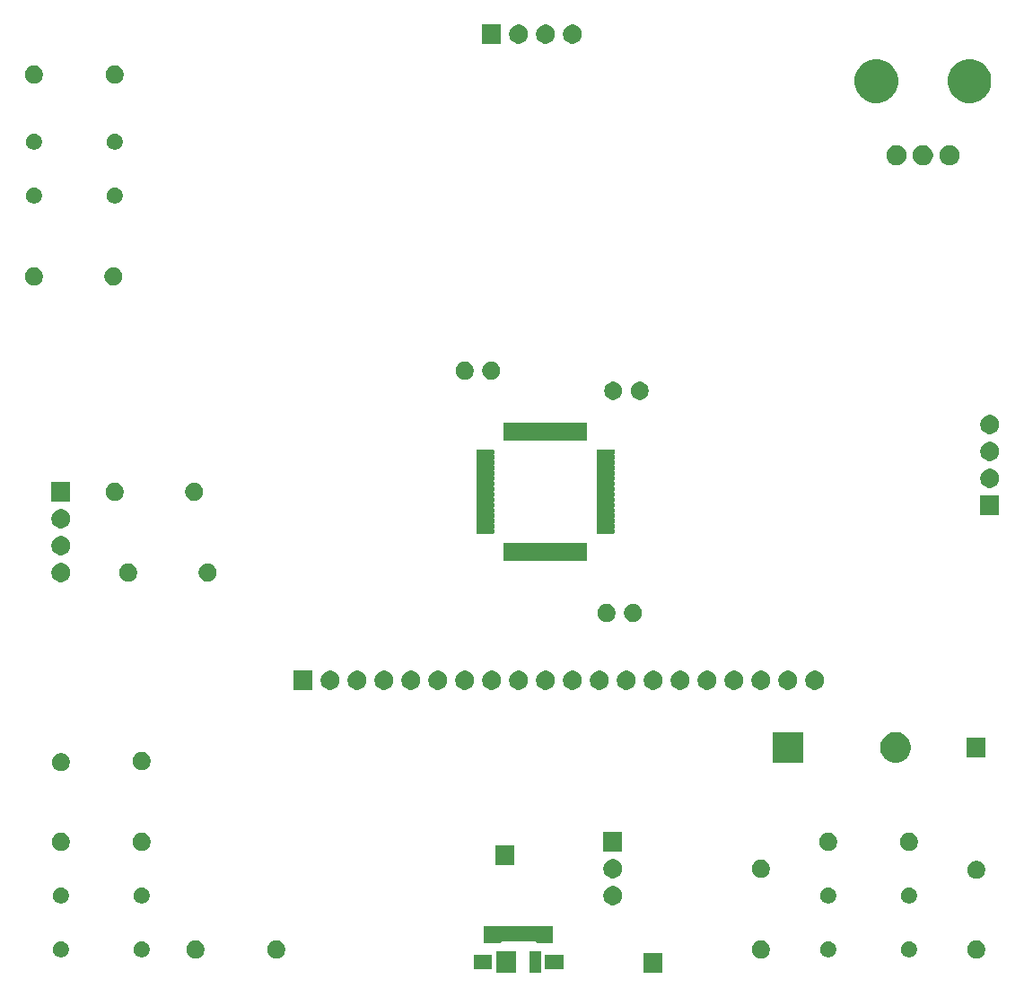
<source format=gts>
G04 #@! TF.GenerationSoftware,KiCad,Pcbnew,5.1.5-52549c5~84~ubuntu18.04.1*
G04 #@! TF.CreationDate,2019-11-27T13:31:26-05:00*
G04 #@! TF.ProjectId,miniPCB,6d696e69-5043-4422-9e6b-696361645f70,rev?*
G04 #@! TF.SameCoordinates,Original*
G04 #@! TF.FileFunction,Soldermask,Top*
G04 #@! TF.FilePolarity,Negative*
%FSLAX46Y46*%
G04 Gerber Fmt 4.6, Leading zero omitted, Abs format (unit mm)*
G04 Created by KiCad (PCBNEW 5.1.5-52549c5~84~ubuntu18.04.1) date 2019-11-27 13:31:26*
%MOMM*%
%LPD*%
G04 APERTURE LIST*
%ADD10C,0.100000*%
G04 APERTURE END LIST*
D10*
G36*
X157041000Y-149521000D02*
G01*
X155939000Y-149521000D01*
X155939000Y-147519000D01*
X157041000Y-147519000D01*
X157041000Y-149521000D01*
G37*
G36*
X154741000Y-149521000D02*
G01*
X152839000Y-149521000D01*
X152839000Y-147519000D01*
X154741000Y-147519000D01*
X154741000Y-149521000D01*
G37*
G36*
X168541000Y-149491000D02*
G01*
X166739000Y-149491000D01*
X166739000Y-147689000D01*
X168541000Y-147689000D01*
X168541000Y-149491000D01*
G37*
G36*
X152441000Y-149221000D02*
G01*
X150689000Y-149221000D01*
X150689000Y-147819000D01*
X152441000Y-147819000D01*
X152441000Y-149221000D01*
G37*
G36*
X159191000Y-149221000D02*
G01*
X157439000Y-149221000D01*
X157439000Y-147819000D01*
X159191000Y-147819000D01*
X159191000Y-149221000D01*
G37*
G36*
X198368228Y-146501703D02*
G01*
X198523100Y-146565853D01*
X198662481Y-146658985D01*
X198781015Y-146777519D01*
X198874147Y-146916900D01*
X198938297Y-147071772D01*
X198971000Y-147236184D01*
X198971000Y-147403816D01*
X198938297Y-147568228D01*
X198874147Y-147723100D01*
X198781015Y-147862481D01*
X198662481Y-147981015D01*
X198523100Y-148074147D01*
X198368228Y-148138297D01*
X198203816Y-148171000D01*
X198036184Y-148171000D01*
X197871772Y-148138297D01*
X197716900Y-148074147D01*
X197577519Y-147981015D01*
X197458985Y-147862481D01*
X197365853Y-147723100D01*
X197301703Y-147568228D01*
X197269000Y-147403816D01*
X197269000Y-147236184D01*
X197301703Y-147071772D01*
X197365853Y-146916900D01*
X197458985Y-146777519D01*
X197577519Y-146658985D01*
X197716900Y-146565853D01*
X197871772Y-146501703D01*
X198036184Y-146469000D01*
X198203816Y-146469000D01*
X198368228Y-146501703D01*
G37*
G36*
X178048228Y-146501703D02*
G01*
X178203100Y-146565853D01*
X178342481Y-146658985D01*
X178461015Y-146777519D01*
X178554147Y-146916900D01*
X178618297Y-147071772D01*
X178651000Y-147236184D01*
X178651000Y-147403816D01*
X178618297Y-147568228D01*
X178554147Y-147723100D01*
X178461015Y-147862481D01*
X178342481Y-147981015D01*
X178203100Y-148074147D01*
X178048228Y-148138297D01*
X177883816Y-148171000D01*
X177716184Y-148171000D01*
X177551772Y-148138297D01*
X177396900Y-148074147D01*
X177257519Y-147981015D01*
X177138985Y-147862481D01*
X177045853Y-147723100D01*
X176981703Y-147568228D01*
X176949000Y-147403816D01*
X176949000Y-147236184D01*
X176981703Y-147071772D01*
X177045853Y-146916900D01*
X177138985Y-146777519D01*
X177257519Y-146658985D01*
X177396900Y-146565853D01*
X177551772Y-146501703D01*
X177716184Y-146469000D01*
X177883816Y-146469000D01*
X178048228Y-146501703D01*
G37*
G36*
X132328228Y-146501703D02*
G01*
X132483100Y-146565853D01*
X132622481Y-146658985D01*
X132741015Y-146777519D01*
X132834147Y-146916900D01*
X132898297Y-147071772D01*
X132931000Y-147236184D01*
X132931000Y-147403816D01*
X132898297Y-147568228D01*
X132834147Y-147723100D01*
X132741015Y-147862481D01*
X132622481Y-147981015D01*
X132483100Y-148074147D01*
X132328228Y-148138297D01*
X132163816Y-148171000D01*
X131996184Y-148171000D01*
X131831772Y-148138297D01*
X131676900Y-148074147D01*
X131537519Y-147981015D01*
X131418985Y-147862481D01*
X131325853Y-147723100D01*
X131261703Y-147568228D01*
X131229000Y-147403816D01*
X131229000Y-147236184D01*
X131261703Y-147071772D01*
X131325853Y-146916900D01*
X131418985Y-146777519D01*
X131537519Y-146658985D01*
X131676900Y-146565853D01*
X131831772Y-146501703D01*
X131996184Y-146469000D01*
X132163816Y-146469000D01*
X132328228Y-146501703D01*
G37*
G36*
X124708228Y-146501703D02*
G01*
X124863100Y-146565853D01*
X125002481Y-146658985D01*
X125121015Y-146777519D01*
X125214147Y-146916900D01*
X125278297Y-147071772D01*
X125311000Y-147236184D01*
X125311000Y-147403816D01*
X125278297Y-147568228D01*
X125214147Y-147723100D01*
X125121015Y-147862481D01*
X125002481Y-147981015D01*
X124863100Y-148074147D01*
X124708228Y-148138297D01*
X124543816Y-148171000D01*
X124376184Y-148171000D01*
X124211772Y-148138297D01*
X124056900Y-148074147D01*
X123917519Y-147981015D01*
X123798985Y-147862481D01*
X123705853Y-147723100D01*
X123641703Y-147568228D01*
X123609000Y-147403816D01*
X123609000Y-147236184D01*
X123641703Y-147071772D01*
X123705853Y-146916900D01*
X123798985Y-146777519D01*
X123917519Y-146658985D01*
X124056900Y-146565853D01*
X124211772Y-146501703D01*
X124376184Y-146469000D01*
X124543816Y-146469000D01*
X124708228Y-146501703D01*
G37*
G36*
X111854425Y-146574599D02*
G01*
X111978621Y-146599302D01*
X112115022Y-146655801D01*
X112237779Y-146737825D01*
X112342175Y-146842221D01*
X112424199Y-146964978D01*
X112480698Y-147101379D01*
X112509500Y-147246181D01*
X112509500Y-147393819D01*
X112480698Y-147538621D01*
X112424199Y-147675022D01*
X112342175Y-147797779D01*
X112237779Y-147902175D01*
X112115022Y-147984199D01*
X111978621Y-148040698D01*
X111854425Y-148065401D01*
X111833820Y-148069500D01*
X111686180Y-148069500D01*
X111665575Y-148065401D01*
X111541379Y-148040698D01*
X111404978Y-147984199D01*
X111282221Y-147902175D01*
X111177825Y-147797779D01*
X111095801Y-147675022D01*
X111039302Y-147538621D01*
X111010500Y-147393819D01*
X111010500Y-147246181D01*
X111039302Y-147101379D01*
X111095801Y-146964978D01*
X111177825Y-146842221D01*
X111282221Y-146737825D01*
X111404978Y-146655801D01*
X111541379Y-146599302D01*
X111665575Y-146574599D01*
X111686180Y-146570500D01*
X111833820Y-146570500D01*
X111854425Y-146574599D01*
G37*
G36*
X119474425Y-146574599D02*
G01*
X119598621Y-146599302D01*
X119735022Y-146655801D01*
X119857779Y-146737825D01*
X119962175Y-146842221D01*
X120044199Y-146964978D01*
X120100698Y-147101379D01*
X120129500Y-147246181D01*
X120129500Y-147393819D01*
X120100698Y-147538621D01*
X120044199Y-147675022D01*
X119962175Y-147797779D01*
X119857779Y-147902175D01*
X119735022Y-147984199D01*
X119598621Y-148040698D01*
X119474425Y-148065401D01*
X119453820Y-148069500D01*
X119306180Y-148069500D01*
X119285575Y-148065401D01*
X119161379Y-148040698D01*
X119024978Y-147984199D01*
X118902221Y-147902175D01*
X118797825Y-147797779D01*
X118715801Y-147675022D01*
X118659302Y-147538621D01*
X118630500Y-147393819D01*
X118630500Y-147246181D01*
X118659302Y-147101379D01*
X118715801Y-146964978D01*
X118797825Y-146842221D01*
X118902221Y-146737825D01*
X119024978Y-146655801D01*
X119161379Y-146599302D01*
X119285575Y-146574599D01*
X119306180Y-146570500D01*
X119453820Y-146570500D01*
X119474425Y-146574599D01*
G37*
G36*
X184244425Y-146574599D02*
G01*
X184368621Y-146599302D01*
X184505022Y-146655801D01*
X184627779Y-146737825D01*
X184732175Y-146842221D01*
X184814199Y-146964978D01*
X184870698Y-147101379D01*
X184899500Y-147246181D01*
X184899500Y-147393819D01*
X184870698Y-147538621D01*
X184814199Y-147675022D01*
X184732175Y-147797779D01*
X184627779Y-147902175D01*
X184505022Y-147984199D01*
X184368621Y-148040698D01*
X184244425Y-148065401D01*
X184223820Y-148069500D01*
X184076180Y-148069500D01*
X184055575Y-148065401D01*
X183931379Y-148040698D01*
X183794978Y-147984199D01*
X183672221Y-147902175D01*
X183567825Y-147797779D01*
X183485801Y-147675022D01*
X183429302Y-147538621D01*
X183400500Y-147393819D01*
X183400500Y-147246181D01*
X183429302Y-147101379D01*
X183485801Y-146964978D01*
X183567825Y-146842221D01*
X183672221Y-146737825D01*
X183794978Y-146655801D01*
X183931379Y-146599302D01*
X184055575Y-146574599D01*
X184076180Y-146570500D01*
X184223820Y-146570500D01*
X184244425Y-146574599D01*
G37*
G36*
X191864425Y-146574599D02*
G01*
X191988621Y-146599302D01*
X192125022Y-146655801D01*
X192247779Y-146737825D01*
X192352175Y-146842221D01*
X192434199Y-146964978D01*
X192490698Y-147101379D01*
X192519500Y-147246181D01*
X192519500Y-147393819D01*
X192490698Y-147538621D01*
X192434199Y-147675022D01*
X192352175Y-147797779D01*
X192247779Y-147902175D01*
X192125022Y-147984199D01*
X191988621Y-148040698D01*
X191864425Y-148065401D01*
X191843820Y-148069500D01*
X191696180Y-148069500D01*
X191675575Y-148065401D01*
X191551379Y-148040698D01*
X191414978Y-147984199D01*
X191292221Y-147902175D01*
X191187825Y-147797779D01*
X191105801Y-147675022D01*
X191049302Y-147538621D01*
X191020500Y-147393819D01*
X191020500Y-147246181D01*
X191049302Y-147101379D01*
X191105801Y-146964978D01*
X191187825Y-146842221D01*
X191292221Y-146737825D01*
X191414978Y-146655801D01*
X191551379Y-146599302D01*
X191675575Y-146574599D01*
X191696180Y-146570500D01*
X191843820Y-146570500D01*
X191864425Y-146574599D01*
G37*
G36*
X158191000Y-146771000D02*
G01*
X156664000Y-146771000D01*
X156664000Y-146725999D01*
X156661598Y-146701613D01*
X156654485Y-146678164D01*
X156642934Y-146656553D01*
X156627389Y-146637611D01*
X156608447Y-146622066D01*
X156586836Y-146610515D01*
X156563387Y-146603402D01*
X156539001Y-146601000D01*
X153340999Y-146601000D01*
X153316613Y-146603402D01*
X153293164Y-146610515D01*
X153271553Y-146622066D01*
X153252611Y-146637611D01*
X153237066Y-146656553D01*
X153225515Y-146678164D01*
X153218402Y-146701613D01*
X153216000Y-146725999D01*
X153216000Y-146771000D01*
X151689000Y-146771000D01*
X151689000Y-145119000D01*
X158191000Y-145119000D01*
X158191000Y-146771000D01*
G37*
G36*
X163943512Y-141343927D02*
G01*
X164092812Y-141373624D01*
X164256784Y-141441544D01*
X164404354Y-141540147D01*
X164529853Y-141665646D01*
X164628456Y-141813216D01*
X164696376Y-141977188D01*
X164731000Y-142151259D01*
X164731000Y-142328741D01*
X164696376Y-142502812D01*
X164628456Y-142666784D01*
X164529853Y-142814354D01*
X164404354Y-142939853D01*
X164256784Y-143038456D01*
X164092812Y-143106376D01*
X163943512Y-143136073D01*
X163918742Y-143141000D01*
X163741258Y-143141000D01*
X163716488Y-143136073D01*
X163567188Y-143106376D01*
X163403216Y-143038456D01*
X163255646Y-142939853D01*
X163130147Y-142814354D01*
X163031544Y-142666784D01*
X162963624Y-142502812D01*
X162929000Y-142328741D01*
X162929000Y-142151259D01*
X162963624Y-141977188D01*
X163031544Y-141813216D01*
X163130147Y-141665646D01*
X163255646Y-141540147D01*
X163403216Y-141441544D01*
X163567188Y-141373624D01*
X163716488Y-141343927D01*
X163741258Y-141339000D01*
X163918742Y-141339000D01*
X163943512Y-141343927D01*
G37*
G36*
X191864425Y-141494599D02*
G01*
X191988621Y-141519302D01*
X192125022Y-141575801D01*
X192247779Y-141657825D01*
X192352175Y-141762221D01*
X192434199Y-141884978D01*
X192490698Y-142021379D01*
X192519500Y-142166181D01*
X192519500Y-142313819D01*
X192490698Y-142458621D01*
X192434199Y-142595022D01*
X192352175Y-142717779D01*
X192247779Y-142822175D01*
X192125022Y-142904199D01*
X191988621Y-142960698D01*
X191864425Y-142985401D01*
X191843820Y-142989500D01*
X191696180Y-142989500D01*
X191675575Y-142985401D01*
X191551379Y-142960698D01*
X191414978Y-142904199D01*
X191292221Y-142822175D01*
X191187825Y-142717779D01*
X191105801Y-142595022D01*
X191049302Y-142458621D01*
X191020500Y-142313819D01*
X191020500Y-142166181D01*
X191049302Y-142021379D01*
X191105801Y-141884978D01*
X191187825Y-141762221D01*
X191292221Y-141657825D01*
X191414978Y-141575801D01*
X191551379Y-141519302D01*
X191675575Y-141494599D01*
X191696180Y-141490500D01*
X191843820Y-141490500D01*
X191864425Y-141494599D01*
G37*
G36*
X119474425Y-141494599D02*
G01*
X119598621Y-141519302D01*
X119735022Y-141575801D01*
X119857779Y-141657825D01*
X119962175Y-141762221D01*
X120044199Y-141884978D01*
X120100698Y-142021379D01*
X120129500Y-142166181D01*
X120129500Y-142313819D01*
X120100698Y-142458621D01*
X120044199Y-142595022D01*
X119962175Y-142717779D01*
X119857779Y-142822175D01*
X119735022Y-142904199D01*
X119598621Y-142960698D01*
X119474425Y-142985401D01*
X119453820Y-142989500D01*
X119306180Y-142989500D01*
X119285575Y-142985401D01*
X119161379Y-142960698D01*
X119024978Y-142904199D01*
X118902221Y-142822175D01*
X118797825Y-142717779D01*
X118715801Y-142595022D01*
X118659302Y-142458621D01*
X118630500Y-142313819D01*
X118630500Y-142166181D01*
X118659302Y-142021379D01*
X118715801Y-141884978D01*
X118797825Y-141762221D01*
X118902221Y-141657825D01*
X119024978Y-141575801D01*
X119161379Y-141519302D01*
X119285575Y-141494599D01*
X119306180Y-141490500D01*
X119453820Y-141490500D01*
X119474425Y-141494599D01*
G37*
G36*
X111854425Y-141494599D02*
G01*
X111978621Y-141519302D01*
X112115022Y-141575801D01*
X112237779Y-141657825D01*
X112342175Y-141762221D01*
X112424199Y-141884978D01*
X112480698Y-142021379D01*
X112509500Y-142166181D01*
X112509500Y-142313819D01*
X112480698Y-142458621D01*
X112424199Y-142595022D01*
X112342175Y-142717779D01*
X112237779Y-142822175D01*
X112115022Y-142904199D01*
X111978621Y-142960698D01*
X111854425Y-142985401D01*
X111833820Y-142989500D01*
X111686180Y-142989500D01*
X111665575Y-142985401D01*
X111541379Y-142960698D01*
X111404978Y-142904199D01*
X111282221Y-142822175D01*
X111177825Y-142717779D01*
X111095801Y-142595022D01*
X111039302Y-142458621D01*
X111010500Y-142313819D01*
X111010500Y-142166181D01*
X111039302Y-142021379D01*
X111095801Y-141884978D01*
X111177825Y-141762221D01*
X111282221Y-141657825D01*
X111404978Y-141575801D01*
X111541379Y-141519302D01*
X111665575Y-141494599D01*
X111686180Y-141490500D01*
X111833820Y-141490500D01*
X111854425Y-141494599D01*
G37*
G36*
X184244425Y-141494599D02*
G01*
X184368621Y-141519302D01*
X184505022Y-141575801D01*
X184627779Y-141657825D01*
X184732175Y-141762221D01*
X184814199Y-141884978D01*
X184870698Y-142021379D01*
X184899500Y-142166181D01*
X184899500Y-142313819D01*
X184870698Y-142458621D01*
X184814199Y-142595022D01*
X184732175Y-142717779D01*
X184627779Y-142822175D01*
X184505022Y-142904199D01*
X184368621Y-142960698D01*
X184244425Y-142985401D01*
X184223820Y-142989500D01*
X184076180Y-142989500D01*
X184055575Y-142985401D01*
X183931379Y-142960698D01*
X183794978Y-142904199D01*
X183672221Y-142822175D01*
X183567825Y-142717779D01*
X183485801Y-142595022D01*
X183429302Y-142458621D01*
X183400500Y-142313819D01*
X183400500Y-142166181D01*
X183429302Y-142021379D01*
X183485801Y-141884978D01*
X183567825Y-141762221D01*
X183672221Y-141657825D01*
X183794978Y-141575801D01*
X183931379Y-141519302D01*
X184055575Y-141494599D01*
X184076180Y-141490500D01*
X184223820Y-141490500D01*
X184244425Y-141494599D01*
G37*
G36*
X198368228Y-139001703D02*
G01*
X198523100Y-139065853D01*
X198662481Y-139158985D01*
X198781015Y-139277519D01*
X198874147Y-139416900D01*
X198938297Y-139571772D01*
X198971000Y-139736184D01*
X198971000Y-139903816D01*
X198938297Y-140068228D01*
X198874147Y-140223100D01*
X198781015Y-140362481D01*
X198662481Y-140481015D01*
X198523100Y-140574147D01*
X198368228Y-140638297D01*
X198203816Y-140671000D01*
X198036184Y-140671000D01*
X197871772Y-140638297D01*
X197716900Y-140574147D01*
X197577519Y-140481015D01*
X197458985Y-140362481D01*
X197365853Y-140223100D01*
X197301703Y-140068228D01*
X197269000Y-139903816D01*
X197269000Y-139736184D01*
X197301703Y-139571772D01*
X197365853Y-139416900D01*
X197458985Y-139277519D01*
X197577519Y-139158985D01*
X197716900Y-139065853D01*
X197871772Y-139001703D01*
X198036184Y-138969000D01*
X198203816Y-138969000D01*
X198368228Y-139001703D01*
G37*
G36*
X163943512Y-138803927D02*
G01*
X164092812Y-138833624D01*
X164256784Y-138901544D01*
X164404354Y-139000147D01*
X164529853Y-139125646D01*
X164628456Y-139273216D01*
X164696376Y-139437188D01*
X164731000Y-139611259D01*
X164731000Y-139788741D01*
X164696376Y-139962812D01*
X164628456Y-140126784D01*
X164529853Y-140274354D01*
X164404354Y-140399853D01*
X164256784Y-140498456D01*
X164092812Y-140566376D01*
X163943512Y-140596073D01*
X163918742Y-140601000D01*
X163741258Y-140601000D01*
X163716488Y-140596073D01*
X163567188Y-140566376D01*
X163403216Y-140498456D01*
X163255646Y-140399853D01*
X163130147Y-140274354D01*
X163031544Y-140126784D01*
X162963624Y-139962812D01*
X162929000Y-139788741D01*
X162929000Y-139611259D01*
X162963624Y-139437188D01*
X163031544Y-139273216D01*
X163130147Y-139125646D01*
X163255646Y-139000147D01*
X163403216Y-138901544D01*
X163567188Y-138833624D01*
X163716488Y-138803927D01*
X163741258Y-138799000D01*
X163918742Y-138799000D01*
X163943512Y-138803927D01*
G37*
G36*
X178048228Y-138881703D02*
G01*
X178203100Y-138945853D01*
X178342481Y-139038985D01*
X178461015Y-139157519D01*
X178554147Y-139296900D01*
X178618297Y-139451772D01*
X178651000Y-139616184D01*
X178651000Y-139783816D01*
X178618297Y-139948228D01*
X178554147Y-140103100D01*
X178461015Y-140242481D01*
X178342481Y-140361015D01*
X178203100Y-140454147D01*
X178048228Y-140518297D01*
X177883816Y-140551000D01*
X177716184Y-140551000D01*
X177551772Y-140518297D01*
X177396900Y-140454147D01*
X177257519Y-140361015D01*
X177138985Y-140242481D01*
X177045853Y-140103100D01*
X176981703Y-139948228D01*
X176949000Y-139783816D01*
X176949000Y-139616184D01*
X176981703Y-139451772D01*
X177045853Y-139296900D01*
X177138985Y-139157519D01*
X177257519Y-139038985D01*
X177396900Y-138945853D01*
X177551772Y-138881703D01*
X177716184Y-138849000D01*
X177883816Y-138849000D01*
X178048228Y-138881703D01*
G37*
G36*
X154571000Y-139331000D02*
G01*
X152769000Y-139331000D01*
X152769000Y-137529000D01*
X154571000Y-137529000D01*
X154571000Y-139331000D01*
G37*
G36*
X164731000Y-138061000D02*
G01*
X162929000Y-138061000D01*
X162929000Y-136259000D01*
X164731000Y-136259000D01*
X164731000Y-138061000D01*
G37*
G36*
X184398228Y-136341703D02*
G01*
X184553100Y-136405853D01*
X184692481Y-136498985D01*
X184811015Y-136617519D01*
X184904147Y-136756900D01*
X184968297Y-136911772D01*
X185001000Y-137076184D01*
X185001000Y-137243816D01*
X184968297Y-137408228D01*
X184904147Y-137563100D01*
X184811015Y-137702481D01*
X184692481Y-137821015D01*
X184553100Y-137914147D01*
X184398228Y-137978297D01*
X184233816Y-138011000D01*
X184066184Y-138011000D01*
X183901772Y-137978297D01*
X183746900Y-137914147D01*
X183607519Y-137821015D01*
X183488985Y-137702481D01*
X183395853Y-137563100D01*
X183331703Y-137408228D01*
X183299000Y-137243816D01*
X183299000Y-137076184D01*
X183331703Y-136911772D01*
X183395853Y-136756900D01*
X183488985Y-136617519D01*
X183607519Y-136498985D01*
X183746900Y-136405853D01*
X183901772Y-136341703D01*
X184066184Y-136309000D01*
X184233816Y-136309000D01*
X184398228Y-136341703D01*
G37*
G36*
X119628228Y-136341703D02*
G01*
X119783100Y-136405853D01*
X119922481Y-136498985D01*
X120041015Y-136617519D01*
X120134147Y-136756900D01*
X120198297Y-136911772D01*
X120231000Y-137076184D01*
X120231000Y-137243816D01*
X120198297Y-137408228D01*
X120134147Y-137563100D01*
X120041015Y-137702481D01*
X119922481Y-137821015D01*
X119783100Y-137914147D01*
X119628228Y-137978297D01*
X119463816Y-138011000D01*
X119296184Y-138011000D01*
X119131772Y-137978297D01*
X118976900Y-137914147D01*
X118837519Y-137821015D01*
X118718985Y-137702481D01*
X118625853Y-137563100D01*
X118561703Y-137408228D01*
X118529000Y-137243816D01*
X118529000Y-137076184D01*
X118561703Y-136911772D01*
X118625853Y-136756900D01*
X118718985Y-136617519D01*
X118837519Y-136498985D01*
X118976900Y-136405853D01*
X119131772Y-136341703D01*
X119296184Y-136309000D01*
X119463816Y-136309000D01*
X119628228Y-136341703D01*
G37*
G36*
X192018228Y-136341703D02*
G01*
X192173100Y-136405853D01*
X192312481Y-136498985D01*
X192431015Y-136617519D01*
X192524147Y-136756900D01*
X192588297Y-136911772D01*
X192621000Y-137076184D01*
X192621000Y-137243816D01*
X192588297Y-137408228D01*
X192524147Y-137563100D01*
X192431015Y-137702481D01*
X192312481Y-137821015D01*
X192173100Y-137914147D01*
X192018228Y-137978297D01*
X191853816Y-138011000D01*
X191686184Y-138011000D01*
X191521772Y-137978297D01*
X191366900Y-137914147D01*
X191227519Y-137821015D01*
X191108985Y-137702481D01*
X191015853Y-137563100D01*
X190951703Y-137408228D01*
X190919000Y-137243816D01*
X190919000Y-137076184D01*
X190951703Y-136911772D01*
X191015853Y-136756900D01*
X191108985Y-136617519D01*
X191227519Y-136498985D01*
X191366900Y-136405853D01*
X191521772Y-136341703D01*
X191686184Y-136309000D01*
X191853816Y-136309000D01*
X192018228Y-136341703D01*
G37*
G36*
X112008228Y-136341703D02*
G01*
X112163100Y-136405853D01*
X112302481Y-136498985D01*
X112421015Y-136617519D01*
X112514147Y-136756900D01*
X112578297Y-136911772D01*
X112611000Y-137076184D01*
X112611000Y-137243816D01*
X112578297Y-137408228D01*
X112514147Y-137563100D01*
X112421015Y-137702481D01*
X112302481Y-137821015D01*
X112163100Y-137914147D01*
X112008228Y-137978297D01*
X111843816Y-138011000D01*
X111676184Y-138011000D01*
X111511772Y-137978297D01*
X111356900Y-137914147D01*
X111217519Y-137821015D01*
X111098985Y-137702481D01*
X111005853Y-137563100D01*
X110941703Y-137408228D01*
X110909000Y-137243816D01*
X110909000Y-137076184D01*
X110941703Y-136911772D01*
X111005853Y-136756900D01*
X111098985Y-136617519D01*
X111217519Y-136498985D01*
X111356900Y-136405853D01*
X111511772Y-136341703D01*
X111676184Y-136309000D01*
X111843816Y-136309000D01*
X112008228Y-136341703D01*
G37*
G36*
X112008228Y-128841703D02*
G01*
X112163100Y-128905853D01*
X112302481Y-128998985D01*
X112421015Y-129117519D01*
X112514147Y-129256900D01*
X112578297Y-129411772D01*
X112611000Y-129576184D01*
X112611000Y-129743816D01*
X112578297Y-129908228D01*
X112514147Y-130063100D01*
X112421015Y-130202481D01*
X112302481Y-130321015D01*
X112163100Y-130414147D01*
X112008228Y-130478297D01*
X111843816Y-130511000D01*
X111676184Y-130511000D01*
X111511772Y-130478297D01*
X111356900Y-130414147D01*
X111217519Y-130321015D01*
X111098985Y-130202481D01*
X111005853Y-130063100D01*
X110941703Y-129908228D01*
X110909000Y-129743816D01*
X110909000Y-129576184D01*
X110941703Y-129411772D01*
X111005853Y-129256900D01*
X111098985Y-129117519D01*
X111217519Y-128998985D01*
X111356900Y-128905853D01*
X111511772Y-128841703D01*
X111676184Y-128809000D01*
X111843816Y-128809000D01*
X112008228Y-128841703D01*
G37*
G36*
X119628228Y-128721703D02*
G01*
X119783100Y-128785853D01*
X119922481Y-128878985D01*
X120041015Y-128997519D01*
X120134147Y-129136900D01*
X120198297Y-129291772D01*
X120231000Y-129456184D01*
X120231000Y-129623816D01*
X120198297Y-129788228D01*
X120134147Y-129943100D01*
X120041015Y-130082481D01*
X119922481Y-130201015D01*
X119783100Y-130294147D01*
X119628228Y-130358297D01*
X119463816Y-130391000D01*
X119296184Y-130391000D01*
X119131772Y-130358297D01*
X118976900Y-130294147D01*
X118837519Y-130201015D01*
X118718985Y-130082481D01*
X118625853Y-129943100D01*
X118561703Y-129788228D01*
X118529000Y-129623816D01*
X118529000Y-129456184D01*
X118561703Y-129291772D01*
X118625853Y-129136900D01*
X118718985Y-128997519D01*
X118837519Y-128878985D01*
X118976900Y-128785853D01*
X119131772Y-128721703D01*
X119296184Y-128689000D01*
X119463816Y-128689000D01*
X119628228Y-128721703D01*
G37*
G36*
X190923241Y-126874760D02*
G01*
X191187305Y-126984139D01*
X191424958Y-127142934D01*
X191627066Y-127345042D01*
X191785861Y-127582695D01*
X191895240Y-127846759D01*
X191951000Y-128127088D01*
X191951000Y-128412912D01*
X191895240Y-128693241D01*
X191785861Y-128957305D01*
X191627066Y-129194958D01*
X191424958Y-129397066D01*
X191187305Y-129555861D01*
X190923241Y-129665240D01*
X190642912Y-129721000D01*
X190357088Y-129721000D01*
X190076759Y-129665240D01*
X189812695Y-129555861D01*
X189575042Y-129397066D01*
X189372934Y-129194958D01*
X189214139Y-128957305D01*
X189104760Y-128693241D01*
X189049000Y-128412912D01*
X189049000Y-128127088D01*
X189104760Y-127846759D01*
X189214139Y-127582695D01*
X189372934Y-127345042D01*
X189575042Y-127142934D01*
X189812695Y-126984139D01*
X190076759Y-126874760D01*
X190357088Y-126819000D01*
X190642912Y-126819000D01*
X190923241Y-126874760D01*
G37*
G36*
X181791000Y-129721000D02*
G01*
X178889000Y-129721000D01*
X178889000Y-126819000D01*
X181791000Y-126819000D01*
X181791000Y-129721000D01*
G37*
G36*
X199021000Y-129171000D02*
G01*
X197219000Y-129171000D01*
X197219000Y-127369000D01*
X199021000Y-127369000D01*
X199021000Y-129171000D01*
G37*
G36*
X155053512Y-121023927D02*
G01*
X155202812Y-121053624D01*
X155366784Y-121121544D01*
X155514354Y-121220147D01*
X155639853Y-121345646D01*
X155738456Y-121493216D01*
X155806376Y-121657188D01*
X155841000Y-121831259D01*
X155841000Y-122008741D01*
X155806376Y-122182812D01*
X155738456Y-122346784D01*
X155639853Y-122494354D01*
X155514354Y-122619853D01*
X155366784Y-122718456D01*
X155202812Y-122786376D01*
X155053512Y-122816073D01*
X155028742Y-122821000D01*
X154851258Y-122821000D01*
X154826488Y-122816073D01*
X154677188Y-122786376D01*
X154513216Y-122718456D01*
X154365646Y-122619853D01*
X154240147Y-122494354D01*
X154141544Y-122346784D01*
X154073624Y-122182812D01*
X154039000Y-122008741D01*
X154039000Y-121831259D01*
X154073624Y-121657188D01*
X154141544Y-121493216D01*
X154240147Y-121345646D01*
X154365646Y-121220147D01*
X154513216Y-121121544D01*
X154677188Y-121053624D01*
X154826488Y-121023927D01*
X154851258Y-121019000D01*
X155028742Y-121019000D01*
X155053512Y-121023927D01*
G37*
G36*
X149973512Y-121023927D02*
G01*
X150122812Y-121053624D01*
X150286784Y-121121544D01*
X150434354Y-121220147D01*
X150559853Y-121345646D01*
X150658456Y-121493216D01*
X150726376Y-121657188D01*
X150761000Y-121831259D01*
X150761000Y-122008741D01*
X150726376Y-122182812D01*
X150658456Y-122346784D01*
X150559853Y-122494354D01*
X150434354Y-122619853D01*
X150286784Y-122718456D01*
X150122812Y-122786376D01*
X149973512Y-122816073D01*
X149948742Y-122821000D01*
X149771258Y-122821000D01*
X149746488Y-122816073D01*
X149597188Y-122786376D01*
X149433216Y-122718456D01*
X149285646Y-122619853D01*
X149160147Y-122494354D01*
X149061544Y-122346784D01*
X148993624Y-122182812D01*
X148959000Y-122008741D01*
X148959000Y-121831259D01*
X148993624Y-121657188D01*
X149061544Y-121493216D01*
X149160147Y-121345646D01*
X149285646Y-121220147D01*
X149433216Y-121121544D01*
X149597188Y-121053624D01*
X149746488Y-121023927D01*
X149771258Y-121019000D01*
X149948742Y-121019000D01*
X149973512Y-121023927D01*
G37*
G36*
X147433512Y-121023927D02*
G01*
X147582812Y-121053624D01*
X147746784Y-121121544D01*
X147894354Y-121220147D01*
X148019853Y-121345646D01*
X148118456Y-121493216D01*
X148186376Y-121657188D01*
X148221000Y-121831259D01*
X148221000Y-122008741D01*
X148186376Y-122182812D01*
X148118456Y-122346784D01*
X148019853Y-122494354D01*
X147894354Y-122619853D01*
X147746784Y-122718456D01*
X147582812Y-122786376D01*
X147433512Y-122816073D01*
X147408742Y-122821000D01*
X147231258Y-122821000D01*
X147206488Y-122816073D01*
X147057188Y-122786376D01*
X146893216Y-122718456D01*
X146745646Y-122619853D01*
X146620147Y-122494354D01*
X146521544Y-122346784D01*
X146453624Y-122182812D01*
X146419000Y-122008741D01*
X146419000Y-121831259D01*
X146453624Y-121657188D01*
X146521544Y-121493216D01*
X146620147Y-121345646D01*
X146745646Y-121220147D01*
X146893216Y-121121544D01*
X147057188Y-121053624D01*
X147206488Y-121023927D01*
X147231258Y-121019000D01*
X147408742Y-121019000D01*
X147433512Y-121023927D01*
G37*
G36*
X144893512Y-121023927D02*
G01*
X145042812Y-121053624D01*
X145206784Y-121121544D01*
X145354354Y-121220147D01*
X145479853Y-121345646D01*
X145578456Y-121493216D01*
X145646376Y-121657188D01*
X145681000Y-121831259D01*
X145681000Y-122008741D01*
X145646376Y-122182812D01*
X145578456Y-122346784D01*
X145479853Y-122494354D01*
X145354354Y-122619853D01*
X145206784Y-122718456D01*
X145042812Y-122786376D01*
X144893512Y-122816073D01*
X144868742Y-122821000D01*
X144691258Y-122821000D01*
X144666488Y-122816073D01*
X144517188Y-122786376D01*
X144353216Y-122718456D01*
X144205646Y-122619853D01*
X144080147Y-122494354D01*
X143981544Y-122346784D01*
X143913624Y-122182812D01*
X143879000Y-122008741D01*
X143879000Y-121831259D01*
X143913624Y-121657188D01*
X143981544Y-121493216D01*
X144080147Y-121345646D01*
X144205646Y-121220147D01*
X144353216Y-121121544D01*
X144517188Y-121053624D01*
X144666488Y-121023927D01*
X144691258Y-121019000D01*
X144868742Y-121019000D01*
X144893512Y-121023927D01*
G37*
G36*
X142353512Y-121023927D02*
G01*
X142502812Y-121053624D01*
X142666784Y-121121544D01*
X142814354Y-121220147D01*
X142939853Y-121345646D01*
X143038456Y-121493216D01*
X143106376Y-121657188D01*
X143141000Y-121831259D01*
X143141000Y-122008741D01*
X143106376Y-122182812D01*
X143038456Y-122346784D01*
X142939853Y-122494354D01*
X142814354Y-122619853D01*
X142666784Y-122718456D01*
X142502812Y-122786376D01*
X142353512Y-122816073D01*
X142328742Y-122821000D01*
X142151258Y-122821000D01*
X142126488Y-122816073D01*
X141977188Y-122786376D01*
X141813216Y-122718456D01*
X141665646Y-122619853D01*
X141540147Y-122494354D01*
X141441544Y-122346784D01*
X141373624Y-122182812D01*
X141339000Y-122008741D01*
X141339000Y-121831259D01*
X141373624Y-121657188D01*
X141441544Y-121493216D01*
X141540147Y-121345646D01*
X141665646Y-121220147D01*
X141813216Y-121121544D01*
X141977188Y-121053624D01*
X142126488Y-121023927D01*
X142151258Y-121019000D01*
X142328742Y-121019000D01*
X142353512Y-121023927D01*
G37*
G36*
X139813512Y-121023927D02*
G01*
X139962812Y-121053624D01*
X140126784Y-121121544D01*
X140274354Y-121220147D01*
X140399853Y-121345646D01*
X140498456Y-121493216D01*
X140566376Y-121657188D01*
X140601000Y-121831259D01*
X140601000Y-122008741D01*
X140566376Y-122182812D01*
X140498456Y-122346784D01*
X140399853Y-122494354D01*
X140274354Y-122619853D01*
X140126784Y-122718456D01*
X139962812Y-122786376D01*
X139813512Y-122816073D01*
X139788742Y-122821000D01*
X139611258Y-122821000D01*
X139586488Y-122816073D01*
X139437188Y-122786376D01*
X139273216Y-122718456D01*
X139125646Y-122619853D01*
X139000147Y-122494354D01*
X138901544Y-122346784D01*
X138833624Y-122182812D01*
X138799000Y-122008741D01*
X138799000Y-121831259D01*
X138833624Y-121657188D01*
X138901544Y-121493216D01*
X139000147Y-121345646D01*
X139125646Y-121220147D01*
X139273216Y-121121544D01*
X139437188Y-121053624D01*
X139586488Y-121023927D01*
X139611258Y-121019000D01*
X139788742Y-121019000D01*
X139813512Y-121023927D01*
G37*
G36*
X137273512Y-121023927D02*
G01*
X137422812Y-121053624D01*
X137586784Y-121121544D01*
X137734354Y-121220147D01*
X137859853Y-121345646D01*
X137958456Y-121493216D01*
X138026376Y-121657188D01*
X138061000Y-121831259D01*
X138061000Y-122008741D01*
X138026376Y-122182812D01*
X137958456Y-122346784D01*
X137859853Y-122494354D01*
X137734354Y-122619853D01*
X137586784Y-122718456D01*
X137422812Y-122786376D01*
X137273512Y-122816073D01*
X137248742Y-122821000D01*
X137071258Y-122821000D01*
X137046488Y-122816073D01*
X136897188Y-122786376D01*
X136733216Y-122718456D01*
X136585646Y-122619853D01*
X136460147Y-122494354D01*
X136361544Y-122346784D01*
X136293624Y-122182812D01*
X136259000Y-122008741D01*
X136259000Y-121831259D01*
X136293624Y-121657188D01*
X136361544Y-121493216D01*
X136460147Y-121345646D01*
X136585646Y-121220147D01*
X136733216Y-121121544D01*
X136897188Y-121053624D01*
X137046488Y-121023927D01*
X137071258Y-121019000D01*
X137248742Y-121019000D01*
X137273512Y-121023927D01*
G37*
G36*
X170293512Y-121023927D02*
G01*
X170442812Y-121053624D01*
X170606784Y-121121544D01*
X170754354Y-121220147D01*
X170879853Y-121345646D01*
X170978456Y-121493216D01*
X171046376Y-121657188D01*
X171081000Y-121831259D01*
X171081000Y-122008741D01*
X171046376Y-122182812D01*
X170978456Y-122346784D01*
X170879853Y-122494354D01*
X170754354Y-122619853D01*
X170606784Y-122718456D01*
X170442812Y-122786376D01*
X170293512Y-122816073D01*
X170268742Y-122821000D01*
X170091258Y-122821000D01*
X170066488Y-122816073D01*
X169917188Y-122786376D01*
X169753216Y-122718456D01*
X169605646Y-122619853D01*
X169480147Y-122494354D01*
X169381544Y-122346784D01*
X169313624Y-122182812D01*
X169279000Y-122008741D01*
X169279000Y-121831259D01*
X169313624Y-121657188D01*
X169381544Y-121493216D01*
X169480147Y-121345646D01*
X169605646Y-121220147D01*
X169753216Y-121121544D01*
X169917188Y-121053624D01*
X170066488Y-121023927D01*
X170091258Y-121019000D01*
X170268742Y-121019000D01*
X170293512Y-121023927D01*
G37*
G36*
X167753512Y-121023927D02*
G01*
X167902812Y-121053624D01*
X168066784Y-121121544D01*
X168214354Y-121220147D01*
X168339853Y-121345646D01*
X168438456Y-121493216D01*
X168506376Y-121657188D01*
X168541000Y-121831259D01*
X168541000Y-122008741D01*
X168506376Y-122182812D01*
X168438456Y-122346784D01*
X168339853Y-122494354D01*
X168214354Y-122619853D01*
X168066784Y-122718456D01*
X167902812Y-122786376D01*
X167753512Y-122816073D01*
X167728742Y-122821000D01*
X167551258Y-122821000D01*
X167526488Y-122816073D01*
X167377188Y-122786376D01*
X167213216Y-122718456D01*
X167065646Y-122619853D01*
X166940147Y-122494354D01*
X166841544Y-122346784D01*
X166773624Y-122182812D01*
X166739000Y-122008741D01*
X166739000Y-121831259D01*
X166773624Y-121657188D01*
X166841544Y-121493216D01*
X166940147Y-121345646D01*
X167065646Y-121220147D01*
X167213216Y-121121544D01*
X167377188Y-121053624D01*
X167526488Y-121023927D01*
X167551258Y-121019000D01*
X167728742Y-121019000D01*
X167753512Y-121023927D01*
G37*
G36*
X165213512Y-121023927D02*
G01*
X165362812Y-121053624D01*
X165526784Y-121121544D01*
X165674354Y-121220147D01*
X165799853Y-121345646D01*
X165898456Y-121493216D01*
X165966376Y-121657188D01*
X166001000Y-121831259D01*
X166001000Y-122008741D01*
X165966376Y-122182812D01*
X165898456Y-122346784D01*
X165799853Y-122494354D01*
X165674354Y-122619853D01*
X165526784Y-122718456D01*
X165362812Y-122786376D01*
X165213512Y-122816073D01*
X165188742Y-122821000D01*
X165011258Y-122821000D01*
X164986488Y-122816073D01*
X164837188Y-122786376D01*
X164673216Y-122718456D01*
X164525646Y-122619853D01*
X164400147Y-122494354D01*
X164301544Y-122346784D01*
X164233624Y-122182812D01*
X164199000Y-122008741D01*
X164199000Y-121831259D01*
X164233624Y-121657188D01*
X164301544Y-121493216D01*
X164400147Y-121345646D01*
X164525646Y-121220147D01*
X164673216Y-121121544D01*
X164837188Y-121053624D01*
X164986488Y-121023927D01*
X165011258Y-121019000D01*
X165188742Y-121019000D01*
X165213512Y-121023927D01*
G37*
G36*
X160133512Y-121023927D02*
G01*
X160282812Y-121053624D01*
X160446784Y-121121544D01*
X160594354Y-121220147D01*
X160719853Y-121345646D01*
X160818456Y-121493216D01*
X160886376Y-121657188D01*
X160921000Y-121831259D01*
X160921000Y-122008741D01*
X160886376Y-122182812D01*
X160818456Y-122346784D01*
X160719853Y-122494354D01*
X160594354Y-122619853D01*
X160446784Y-122718456D01*
X160282812Y-122786376D01*
X160133512Y-122816073D01*
X160108742Y-122821000D01*
X159931258Y-122821000D01*
X159906488Y-122816073D01*
X159757188Y-122786376D01*
X159593216Y-122718456D01*
X159445646Y-122619853D01*
X159320147Y-122494354D01*
X159221544Y-122346784D01*
X159153624Y-122182812D01*
X159119000Y-122008741D01*
X159119000Y-121831259D01*
X159153624Y-121657188D01*
X159221544Y-121493216D01*
X159320147Y-121345646D01*
X159445646Y-121220147D01*
X159593216Y-121121544D01*
X159757188Y-121053624D01*
X159906488Y-121023927D01*
X159931258Y-121019000D01*
X160108742Y-121019000D01*
X160133512Y-121023927D01*
G37*
G36*
X157593512Y-121023927D02*
G01*
X157742812Y-121053624D01*
X157906784Y-121121544D01*
X158054354Y-121220147D01*
X158179853Y-121345646D01*
X158278456Y-121493216D01*
X158346376Y-121657188D01*
X158381000Y-121831259D01*
X158381000Y-122008741D01*
X158346376Y-122182812D01*
X158278456Y-122346784D01*
X158179853Y-122494354D01*
X158054354Y-122619853D01*
X157906784Y-122718456D01*
X157742812Y-122786376D01*
X157593512Y-122816073D01*
X157568742Y-122821000D01*
X157391258Y-122821000D01*
X157366488Y-122816073D01*
X157217188Y-122786376D01*
X157053216Y-122718456D01*
X156905646Y-122619853D01*
X156780147Y-122494354D01*
X156681544Y-122346784D01*
X156613624Y-122182812D01*
X156579000Y-122008741D01*
X156579000Y-121831259D01*
X156613624Y-121657188D01*
X156681544Y-121493216D01*
X156780147Y-121345646D01*
X156905646Y-121220147D01*
X157053216Y-121121544D01*
X157217188Y-121053624D01*
X157366488Y-121023927D01*
X157391258Y-121019000D01*
X157568742Y-121019000D01*
X157593512Y-121023927D01*
G37*
G36*
X172833512Y-121023927D02*
G01*
X172982812Y-121053624D01*
X173146784Y-121121544D01*
X173294354Y-121220147D01*
X173419853Y-121345646D01*
X173518456Y-121493216D01*
X173586376Y-121657188D01*
X173621000Y-121831259D01*
X173621000Y-122008741D01*
X173586376Y-122182812D01*
X173518456Y-122346784D01*
X173419853Y-122494354D01*
X173294354Y-122619853D01*
X173146784Y-122718456D01*
X172982812Y-122786376D01*
X172833512Y-122816073D01*
X172808742Y-122821000D01*
X172631258Y-122821000D01*
X172606488Y-122816073D01*
X172457188Y-122786376D01*
X172293216Y-122718456D01*
X172145646Y-122619853D01*
X172020147Y-122494354D01*
X171921544Y-122346784D01*
X171853624Y-122182812D01*
X171819000Y-122008741D01*
X171819000Y-121831259D01*
X171853624Y-121657188D01*
X171921544Y-121493216D01*
X172020147Y-121345646D01*
X172145646Y-121220147D01*
X172293216Y-121121544D01*
X172457188Y-121053624D01*
X172606488Y-121023927D01*
X172631258Y-121019000D01*
X172808742Y-121019000D01*
X172833512Y-121023927D01*
G37*
G36*
X152513512Y-121023927D02*
G01*
X152662812Y-121053624D01*
X152826784Y-121121544D01*
X152974354Y-121220147D01*
X153099853Y-121345646D01*
X153198456Y-121493216D01*
X153266376Y-121657188D01*
X153301000Y-121831259D01*
X153301000Y-122008741D01*
X153266376Y-122182812D01*
X153198456Y-122346784D01*
X153099853Y-122494354D01*
X152974354Y-122619853D01*
X152826784Y-122718456D01*
X152662812Y-122786376D01*
X152513512Y-122816073D01*
X152488742Y-122821000D01*
X152311258Y-122821000D01*
X152286488Y-122816073D01*
X152137188Y-122786376D01*
X151973216Y-122718456D01*
X151825646Y-122619853D01*
X151700147Y-122494354D01*
X151601544Y-122346784D01*
X151533624Y-122182812D01*
X151499000Y-122008741D01*
X151499000Y-121831259D01*
X151533624Y-121657188D01*
X151601544Y-121493216D01*
X151700147Y-121345646D01*
X151825646Y-121220147D01*
X151973216Y-121121544D01*
X152137188Y-121053624D01*
X152286488Y-121023927D01*
X152311258Y-121019000D01*
X152488742Y-121019000D01*
X152513512Y-121023927D01*
G37*
G36*
X182993512Y-121023927D02*
G01*
X183142812Y-121053624D01*
X183306784Y-121121544D01*
X183454354Y-121220147D01*
X183579853Y-121345646D01*
X183678456Y-121493216D01*
X183746376Y-121657188D01*
X183781000Y-121831259D01*
X183781000Y-122008741D01*
X183746376Y-122182812D01*
X183678456Y-122346784D01*
X183579853Y-122494354D01*
X183454354Y-122619853D01*
X183306784Y-122718456D01*
X183142812Y-122786376D01*
X182993512Y-122816073D01*
X182968742Y-122821000D01*
X182791258Y-122821000D01*
X182766488Y-122816073D01*
X182617188Y-122786376D01*
X182453216Y-122718456D01*
X182305646Y-122619853D01*
X182180147Y-122494354D01*
X182081544Y-122346784D01*
X182013624Y-122182812D01*
X181979000Y-122008741D01*
X181979000Y-121831259D01*
X182013624Y-121657188D01*
X182081544Y-121493216D01*
X182180147Y-121345646D01*
X182305646Y-121220147D01*
X182453216Y-121121544D01*
X182617188Y-121053624D01*
X182766488Y-121023927D01*
X182791258Y-121019000D01*
X182968742Y-121019000D01*
X182993512Y-121023927D01*
G37*
G36*
X180453512Y-121023927D02*
G01*
X180602812Y-121053624D01*
X180766784Y-121121544D01*
X180914354Y-121220147D01*
X181039853Y-121345646D01*
X181138456Y-121493216D01*
X181206376Y-121657188D01*
X181241000Y-121831259D01*
X181241000Y-122008741D01*
X181206376Y-122182812D01*
X181138456Y-122346784D01*
X181039853Y-122494354D01*
X180914354Y-122619853D01*
X180766784Y-122718456D01*
X180602812Y-122786376D01*
X180453512Y-122816073D01*
X180428742Y-122821000D01*
X180251258Y-122821000D01*
X180226488Y-122816073D01*
X180077188Y-122786376D01*
X179913216Y-122718456D01*
X179765646Y-122619853D01*
X179640147Y-122494354D01*
X179541544Y-122346784D01*
X179473624Y-122182812D01*
X179439000Y-122008741D01*
X179439000Y-121831259D01*
X179473624Y-121657188D01*
X179541544Y-121493216D01*
X179640147Y-121345646D01*
X179765646Y-121220147D01*
X179913216Y-121121544D01*
X180077188Y-121053624D01*
X180226488Y-121023927D01*
X180251258Y-121019000D01*
X180428742Y-121019000D01*
X180453512Y-121023927D01*
G37*
G36*
X177913512Y-121023927D02*
G01*
X178062812Y-121053624D01*
X178226784Y-121121544D01*
X178374354Y-121220147D01*
X178499853Y-121345646D01*
X178598456Y-121493216D01*
X178666376Y-121657188D01*
X178701000Y-121831259D01*
X178701000Y-122008741D01*
X178666376Y-122182812D01*
X178598456Y-122346784D01*
X178499853Y-122494354D01*
X178374354Y-122619853D01*
X178226784Y-122718456D01*
X178062812Y-122786376D01*
X177913512Y-122816073D01*
X177888742Y-122821000D01*
X177711258Y-122821000D01*
X177686488Y-122816073D01*
X177537188Y-122786376D01*
X177373216Y-122718456D01*
X177225646Y-122619853D01*
X177100147Y-122494354D01*
X177001544Y-122346784D01*
X176933624Y-122182812D01*
X176899000Y-122008741D01*
X176899000Y-121831259D01*
X176933624Y-121657188D01*
X177001544Y-121493216D01*
X177100147Y-121345646D01*
X177225646Y-121220147D01*
X177373216Y-121121544D01*
X177537188Y-121053624D01*
X177686488Y-121023927D01*
X177711258Y-121019000D01*
X177888742Y-121019000D01*
X177913512Y-121023927D01*
G37*
G36*
X175373512Y-121023927D02*
G01*
X175522812Y-121053624D01*
X175686784Y-121121544D01*
X175834354Y-121220147D01*
X175959853Y-121345646D01*
X176058456Y-121493216D01*
X176126376Y-121657188D01*
X176161000Y-121831259D01*
X176161000Y-122008741D01*
X176126376Y-122182812D01*
X176058456Y-122346784D01*
X175959853Y-122494354D01*
X175834354Y-122619853D01*
X175686784Y-122718456D01*
X175522812Y-122786376D01*
X175373512Y-122816073D01*
X175348742Y-122821000D01*
X175171258Y-122821000D01*
X175146488Y-122816073D01*
X174997188Y-122786376D01*
X174833216Y-122718456D01*
X174685646Y-122619853D01*
X174560147Y-122494354D01*
X174461544Y-122346784D01*
X174393624Y-122182812D01*
X174359000Y-122008741D01*
X174359000Y-121831259D01*
X174393624Y-121657188D01*
X174461544Y-121493216D01*
X174560147Y-121345646D01*
X174685646Y-121220147D01*
X174833216Y-121121544D01*
X174997188Y-121053624D01*
X175146488Y-121023927D01*
X175171258Y-121019000D01*
X175348742Y-121019000D01*
X175373512Y-121023927D01*
G37*
G36*
X135521000Y-122821000D02*
G01*
X133719000Y-122821000D01*
X133719000Y-121019000D01*
X135521000Y-121019000D01*
X135521000Y-122821000D01*
G37*
G36*
X162673512Y-121023927D02*
G01*
X162822812Y-121053624D01*
X162986784Y-121121544D01*
X163134354Y-121220147D01*
X163259853Y-121345646D01*
X163358456Y-121493216D01*
X163426376Y-121657188D01*
X163461000Y-121831259D01*
X163461000Y-122008741D01*
X163426376Y-122182812D01*
X163358456Y-122346784D01*
X163259853Y-122494354D01*
X163134354Y-122619853D01*
X162986784Y-122718456D01*
X162822812Y-122786376D01*
X162673512Y-122816073D01*
X162648742Y-122821000D01*
X162471258Y-122821000D01*
X162446488Y-122816073D01*
X162297188Y-122786376D01*
X162133216Y-122718456D01*
X161985646Y-122619853D01*
X161860147Y-122494354D01*
X161761544Y-122346784D01*
X161693624Y-122182812D01*
X161659000Y-122008741D01*
X161659000Y-121831259D01*
X161693624Y-121657188D01*
X161761544Y-121493216D01*
X161860147Y-121345646D01*
X161985646Y-121220147D01*
X162133216Y-121121544D01*
X162297188Y-121053624D01*
X162446488Y-121023927D01*
X162471258Y-121019000D01*
X162648742Y-121019000D01*
X162673512Y-121023927D01*
G37*
G36*
X163483228Y-114751703D02*
G01*
X163638100Y-114815853D01*
X163777481Y-114908985D01*
X163896015Y-115027519D01*
X163989147Y-115166900D01*
X164053297Y-115321772D01*
X164086000Y-115486184D01*
X164086000Y-115653816D01*
X164053297Y-115818228D01*
X163989147Y-115973100D01*
X163896015Y-116112481D01*
X163777481Y-116231015D01*
X163638100Y-116324147D01*
X163483228Y-116388297D01*
X163318816Y-116421000D01*
X163151184Y-116421000D01*
X162986772Y-116388297D01*
X162831900Y-116324147D01*
X162692519Y-116231015D01*
X162573985Y-116112481D01*
X162480853Y-115973100D01*
X162416703Y-115818228D01*
X162384000Y-115653816D01*
X162384000Y-115486184D01*
X162416703Y-115321772D01*
X162480853Y-115166900D01*
X162573985Y-115027519D01*
X162692519Y-114908985D01*
X162831900Y-114815853D01*
X162986772Y-114751703D01*
X163151184Y-114719000D01*
X163318816Y-114719000D01*
X163483228Y-114751703D01*
G37*
G36*
X165983228Y-114751703D02*
G01*
X166138100Y-114815853D01*
X166277481Y-114908985D01*
X166396015Y-115027519D01*
X166489147Y-115166900D01*
X166553297Y-115321772D01*
X166586000Y-115486184D01*
X166586000Y-115653816D01*
X166553297Y-115818228D01*
X166489147Y-115973100D01*
X166396015Y-116112481D01*
X166277481Y-116231015D01*
X166138100Y-116324147D01*
X165983228Y-116388297D01*
X165818816Y-116421000D01*
X165651184Y-116421000D01*
X165486772Y-116388297D01*
X165331900Y-116324147D01*
X165192519Y-116231015D01*
X165073985Y-116112481D01*
X164980853Y-115973100D01*
X164916703Y-115818228D01*
X164884000Y-115653816D01*
X164884000Y-115486184D01*
X164916703Y-115321772D01*
X164980853Y-115166900D01*
X165073985Y-115027519D01*
X165192519Y-114908985D01*
X165331900Y-114815853D01*
X165486772Y-114751703D01*
X165651184Y-114719000D01*
X165818816Y-114719000D01*
X165983228Y-114751703D01*
G37*
G36*
X111873512Y-110863927D02*
G01*
X112022812Y-110893624D01*
X112186784Y-110961544D01*
X112334354Y-111060147D01*
X112459853Y-111185646D01*
X112558456Y-111333216D01*
X112626376Y-111497188D01*
X112661000Y-111671259D01*
X112661000Y-111848741D01*
X112626376Y-112022812D01*
X112558456Y-112186784D01*
X112459853Y-112334354D01*
X112334354Y-112459853D01*
X112186784Y-112558456D01*
X112022812Y-112626376D01*
X111873512Y-112656073D01*
X111848742Y-112661000D01*
X111671258Y-112661000D01*
X111646488Y-112656073D01*
X111497188Y-112626376D01*
X111333216Y-112558456D01*
X111185646Y-112459853D01*
X111060147Y-112334354D01*
X110961544Y-112186784D01*
X110893624Y-112022812D01*
X110859000Y-111848741D01*
X110859000Y-111671259D01*
X110893624Y-111497188D01*
X110961544Y-111333216D01*
X111060147Y-111185646D01*
X111185646Y-111060147D01*
X111333216Y-110961544D01*
X111497188Y-110893624D01*
X111646488Y-110863927D01*
X111671258Y-110859000D01*
X111848742Y-110859000D01*
X111873512Y-110863927D01*
G37*
G36*
X118358228Y-110941703D02*
G01*
X118513100Y-111005853D01*
X118652481Y-111098985D01*
X118771015Y-111217519D01*
X118864147Y-111356900D01*
X118928297Y-111511772D01*
X118961000Y-111676184D01*
X118961000Y-111843816D01*
X118928297Y-112008228D01*
X118864147Y-112163100D01*
X118771015Y-112302481D01*
X118652481Y-112421015D01*
X118513100Y-112514147D01*
X118358228Y-112578297D01*
X118193816Y-112611000D01*
X118026184Y-112611000D01*
X117861772Y-112578297D01*
X117706900Y-112514147D01*
X117567519Y-112421015D01*
X117448985Y-112302481D01*
X117355853Y-112163100D01*
X117291703Y-112008228D01*
X117259000Y-111843816D01*
X117259000Y-111676184D01*
X117291703Y-111511772D01*
X117355853Y-111356900D01*
X117448985Y-111217519D01*
X117567519Y-111098985D01*
X117706900Y-111005853D01*
X117861772Y-110941703D01*
X118026184Y-110909000D01*
X118193816Y-110909000D01*
X118358228Y-110941703D01*
G37*
G36*
X125858228Y-110941703D02*
G01*
X126013100Y-111005853D01*
X126152481Y-111098985D01*
X126271015Y-111217519D01*
X126364147Y-111356900D01*
X126428297Y-111511772D01*
X126461000Y-111676184D01*
X126461000Y-111843816D01*
X126428297Y-112008228D01*
X126364147Y-112163100D01*
X126271015Y-112302481D01*
X126152481Y-112421015D01*
X126013100Y-112514147D01*
X125858228Y-112578297D01*
X125693816Y-112611000D01*
X125526184Y-112611000D01*
X125361772Y-112578297D01*
X125206900Y-112514147D01*
X125067519Y-112421015D01*
X124948985Y-112302481D01*
X124855853Y-112163100D01*
X124791703Y-112008228D01*
X124759000Y-111843816D01*
X124759000Y-111676184D01*
X124791703Y-111511772D01*
X124855853Y-111356900D01*
X124948985Y-111217519D01*
X125067519Y-111098985D01*
X125206900Y-111005853D01*
X125361772Y-110941703D01*
X125526184Y-110909000D01*
X125693816Y-110909000D01*
X125858228Y-110941703D01*
G37*
G36*
X153900295Y-108990323D02*
G01*
X153907309Y-108992451D01*
X153921077Y-108999810D01*
X153943716Y-109009187D01*
X153967749Y-109013967D01*
X153992253Y-109013967D01*
X154016286Y-109009186D01*
X154038923Y-108999810D01*
X154052691Y-108992451D01*
X154059705Y-108990323D01*
X154073140Y-108989000D01*
X154386860Y-108989000D01*
X154400295Y-108990323D01*
X154407309Y-108992451D01*
X154421077Y-108999810D01*
X154443716Y-109009187D01*
X154467749Y-109013967D01*
X154492253Y-109013967D01*
X154516286Y-109009186D01*
X154538923Y-108999810D01*
X154552691Y-108992451D01*
X154559705Y-108990323D01*
X154573140Y-108989000D01*
X154886860Y-108989000D01*
X154900295Y-108990323D01*
X154907309Y-108992451D01*
X154921077Y-108999810D01*
X154943716Y-109009187D01*
X154967749Y-109013967D01*
X154992253Y-109013967D01*
X155016286Y-109009186D01*
X155038923Y-108999810D01*
X155052691Y-108992451D01*
X155059705Y-108990323D01*
X155073140Y-108989000D01*
X155386860Y-108989000D01*
X155400295Y-108990323D01*
X155407309Y-108992451D01*
X155421077Y-108999810D01*
X155443716Y-109009187D01*
X155467749Y-109013967D01*
X155492253Y-109013967D01*
X155516286Y-109009186D01*
X155538923Y-108999810D01*
X155552691Y-108992451D01*
X155559705Y-108990323D01*
X155573140Y-108989000D01*
X155886860Y-108989000D01*
X155900295Y-108990323D01*
X155907309Y-108992451D01*
X155921077Y-108999810D01*
X155943716Y-109009187D01*
X155967749Y-109013967D01*
X155992253Y-109013967D01*
X156016286Y-109009186D01*
X156038923Y-108999810D01*
X156052691Y-108992451D01*
X156059705Y-108990323D01*
X156073140Y-108989000D01*
X156386860Y-108989000D01*
X156400295Y-108990323D01*
X156407309Y-108992451D01*
X156421077Y-108999810D01*
X156443716Y-109009187D01*
X156467749Y-109013967D01*
X156492253Y-109013967D01*
X156516286Y-109009186D01*
X156538923Y-108999810D01*
X156552691Y-108992451D01*
X156559705Y-108990323D01*
X156573140Y-108989000D01*
X156886860Y-108989000D01*
X156900295Y-108990323D01*
X156907309Y-108992451D01*
X156921077Y-108999810D01*
X156943716Y-109009187D01*
X156967749Y-109013967D01*
X156992253Y-109013967D01*
X157016286Y-109009186D01*
X157038923Y-108999810D01*
X157052691Y-108992451D01*
X157059705Y-108990323D01*
X157073140Y-108989000D01*
X157386860Y-108989000D01*
X157400295Y-108990323D01*
X157407309Y-108992451D01*
X157421077Y-108999810D01*
X157443716Y-109009187D01*
X157467749Y-109013967D01*
X157492253Y-109013967D01*
X157516286Y-109009186D01*
X157538923Y-108999810D01*
X157552691Y-108992451D01*
X157559705Y-108990323D01*
X157573140Y-108989000D01*
X157886860Y-108989000D01*
X157900295Y-108990323D01*
X157907309Y-108992451D01*
X157921077Y-108999810D01*
X157943716Y-109009187D01*
X157967749Y-109013967D01*
X157992253Y-109013967D01*
X158016286Y-109009186D01*
X158038923Y-108999810D01*
X158052691Y-108992451D01*
X158059705Y-108990323D01*
X158073140Y-108989000D01*
X158386860Y-108989000D01*
X158400295Y-108990323D01*
X158407309Y-108992451D01*
X158421077Y-108999810D01*
X158443716Y-109009187D01*
X158467749Y-109013967D01*
X158492253Y-109013967D01*
X158516286Y-109009186D01*
X158538923Y-108999810D01*
X158552691Y-108992451D01*
X158559705Y-108990323D01*
X158573140Y-108989000D01*
X158886860Y-108989000D01*
X158900295Y-108990323D01*
X158907309Y-108992451D01*
X158921077Y-108999810D01*
X158943716Y-109009187D01*
X158967749Y-109013967D01*
X158992253Y-109013967D01*
X159016286Y-109009186D01*
X159038923Y-108999810D01*
X159052691Y-108992451D01*
X159059705Y-108990323D01*
X159073140Y-108989000D01*
X159386860Y-108989000D01*
X159400295Y-108990323D01*
X159407309Y-108992451D01*
X159421077Y-108999810D01*
X159443716Y-109009187D01*
X159467749Y-109013967D01*
X159492253Y-109013967D01*
X159516286Y-109009186D01*
X159538923Y-108999810D01*
X159552691Y-108992451D01*
X159559705Y-108990323D01*
X159573140Y-108989000D01*
X159886860Y-108989000D01*
X159900295Y-108990323D01*
X159907309Y-108992451D01*
X159921077Y-108999810D01*
X159943716Y-109009187D01*
X159967749Y-109013967D01*
X159992253Y-109013967D01*
X160016286Y-109009186D01*
X160038923Y-108999810D01*
X160052691Y-108992451D01*
X160059705Y-108990323D01*
X160073140Y-108989000D01*
X160386860Y-108989000D01*
X160400295Y-108990323D01*
X160407309Y-108992451D01*
X160421077Y-108999810D01*
X160443716Y-109009187D01*
X160467749Y-109013967D01*
X160492253Y-109013967D01*
X160516286Y-109009186D01*
X160538923Y-108999810D01*
X160552691Y-108992451D01*
X160559705Y-108990323D01*
X160573140Y-108989000D01*
X160886860Y-108989000D01*
X160900295Y-108990323D01*
X160907309Y-108992451D01*
X160921077Y-108999810D01*
X160943716Y-109009187D01*
X160967749Y-109013967D01*
X160992253Y-109013967D01*
X161016286Y-109009186D01*
X161038923Y-108999810D01*
X161052691Y-108992451D01*
X161059705Y-108990323D01*
X161073140Y-108989000D01*
X161386860Y-108989000D01*
X161400295Y-108990323D01*
X161407310Y-108992451D01*
X161413776Y-108995908D01*
X161419442Y-109000558D01*
X161424092Y-109006224D01*
X161427549Y-109012690D01*
X161429677Y-109019705D01*
X161431000Y-109033140D01*
X161431000Y-110596860D01*
X161429677Y-110610295D01*
X161427549Y-110617310D01*
X161424092Y-110623776D01*
X161419442Y-110629442D01*
X161413776Y-110634092D01*
X161407310Y-110637549D01*
X161400295Y-110639677D01*
X161386860Y-110641000D01*
X161073140Y-110641000D01*
X161059705Y-110639677D01*
X161052691Y-110637549D01*
X161038923Y-110630190D01*
X161016284Y-110620813D01*
X160992251Y-110616033D01*
X160967747Y-110616033D01*
X160943714Y-110620814D01*
X160921077Y-110630190D01*
X160907309Y-110637549D01*
X160900295Y-110639677D01*
X160886860Y-110641000D01*
X160573140Y-110641000D01*
X160559705Y-110639677D01*
X160552691Y-110637549D01*
X160538923Y-110630190D01*
X160516284Y-110620813D01*
X160492251Y-110616033D01*
X160467747Y-110616033D01*
X160443714Y-110620814D01*
X160421077Y-110630190D01*
X160407309Y-110637549D01*
X160400295Y-110639677D01*
X160386860Y-110641000D01*
X160073140Y-110641000D01*
X160059705Y-110639677D01*
X160052691Y-110637549D01*
X160038923Y-110630190D01*
X160016284Y-110620813D01*
X159992251Y-110616033D01*
X159967747Y-110616033D01*
X159943714Y-110620814D01*
X159921077Y-110630190D01*
X159907309Y-110637549D01*
X159900295Y-110639677D01*
X159886860Y-110641000D01*
X159573140Y-110641000D01*
X159559705Y-110639677D01*
X159552691Y-110637549D01*
X159538923Y-110630190D01*
X159516284Y-110620813D01*
X159492251Y-110616033D01*
X159467747Y-110616033D01*
X159443714Y-110620814D01*
X159421077Y-110630190D01*
X159407309Y-110637549D01*
X159400295Y-110639677D01*
X159386860Y-110641000D01*
X159073140Y-110641000D01*
X159059705Y-110639677D01*
X159052691Y-110637549D01*
X159038923Y-110630190D01*
X159016284Y-110620813D01*
X158992251Y-110616033D01*
X158967747Y-110616033D01*
X158943714Y-110620814D01*
X158921077Y-110630190D01*
X158907309Y-110637549D01*
X158900295Y-110639677D01*
X158886860Y-110641000D01*
X158573140Y-110641000D01*
X158559705Y-110639677D01*
X158552691Y-110637549D01*
X158538923Y-110630190D01*
X158516284Y-110620813D01*
X158492251Y-110616033D01*
X158467747Y-110616033D01*
X158443714Y-110620814D01*
X158421077Y-110630190D01*
X158407309Y-110637549D01*
X158400295Y-110639677D01*
X158386860Y-110641000D01*
X158073140Y-110641000D01*
X158059705Y-110639677D01*
X158052691Y-110637549D01*
X158038923Y-110630190D01*
X158016284Y-110620813D01*
X157992251Y-110616033D01*
X157967747Y-110616033D01*
X157943714Y-110620814D01*
X157921077Y-110630190D01*
X157907309Y-110637549D01*
X157900295Y-110639677D01*
X157886860Y-110641000D01*
X157573140Y-110641000D01*
X157559705Y-110639677D01*
X157552691Y-110637549D01*
X157538923Y-110630190D01*
X157516284Y-110620813D01*
X157492251Y-110616033D01*
X157467747Y-110616033D01*
X157443714Y-110620814D01*
X157421077Y-110630190D01*
X157407309Y-110637549D01*
X157400295Y-110639677D01*
X157386860Y-110641000D01*
X157073140Y-110641000D01*
X157059705Y-110639677D01*
X157052691Y-110637549D01*
X157038923Y-110630190D01*
X157016284Y-110620813D01*
X156992251Y-110616033D01*
X156967747Y-110616033D01*
X156943714Y-110620814D01*
X156921077Y-110630190D01*
X156907309Y-110637549D01*
X156900295Y-110639677D01*
X156886860Y-110641000D01*
X156573140Y-110641000D01*
X156559705Y-110639677D01*
X156552691Y-110637549D01*
X156538923Y-110630190D01*
X156516284Y-110620813D01*
X156492251Y-110616033D01*
X156467747Y-110616033D01*
X156443714Y-110620814D01*
X156421077Y-110630190D01*
X156407309Y-110637549D01*
X156400295Y-110639677D01*
X156386860Y-110641000D01*
X156073140Y-110641000D01*
X156059705Y-110639677D01*
X156052691Y-110637549D01*
X156038923Y-110630190D01*
X156016284Y-110620813D01*
X155992251Y-110616033D01*
X155967747Y-110616033D01*
X155943714Y-110620814D01*
X155921077Y-110630190D01*
X155907309Y-110637549D01*
X155900295Y-110639677D01*
X155886860Y-110641000D01*
X155573140Y-110641000D01*
X155559705Y-110639677D01*
X155552691Y-110637549D01*
X155538923Y-110630190D01*
X155516284Y-110620813D01*
X155492251Y-110616033D01*
X155467747Y-110616033D01*
X155443714Y-110620814D01*
X155421077Y-110630190D01*
X155407309Y-110637549D01*
X155400295Y-110639677D01*
X155386860Y-110641000D01*
X155073140Y-110641000D01*
X155059705Y-110639677D01*
X155052691Y-110637549D01*
X155038923Y-110630190D01*
X155016284Y-110620813D01*
X154992251Y-110616033D01*
X154967747Y-110616033D01*
X154943714Y-110620814D01*
X154921077Y-110630190D01*
X154907309Y-110637549D01*
X154900295Y-110639677D01*
X154886860Y-110641000D01*
X154573140Y-110641000D01*
X154559705Y-110639677D01*
X154552691Y-110637549D01*
X154538923Y-110630190D01*
X154516284Y-110620813D01*
X154492251Y-110616033D01*
X154467747Y-110616033D01*
X154443714Y-110620814D01*
X154421077Y-110630190D01*
X154407309Y-110637549D01*
X154400295Y-110639677D01*
X154386860Y-110641000D01*
X154073140Y-110641000D01*
X154059705Y-110639677D01*
X154052691Y-110637549D01*
X154038923Y-110630190D01*
X154016284Y-110620813D01*
X153992251Y-110616033D01*
X153967747Y-110616033D01*
X153943714Y-110620814D01*
X153921077Y-110630190D01*
X153907309Y-110637549D01*
X153900295Y-110639677D01*
X153886860Y-110641000D01*
X153573140Y-110641000D01*
X153559705Y-110639677D01*
X153552690Y-110637549D01*
X153546224Y-110634092D01*
X153540558Y-110629442D01*
X153535908Y-110623776D01*
X153532451Y-110617310D01*
X153530323Y-110610295D01*
X153529000Y-110596860D01*
X153529000Y-109033140D01*
X153530323Y-109019705D01*
X153532451Y-109012690D01*
X153535908Y-109006224D01*
X153540558Y-109000558D01*
X153546224Y-108995908D01*
X153552690Y-108992451D01*
X153559705Y-108990323D01*
X153573140Y-108989000D01*
X153886860Y-108989000D01*
X153900295Y-108990323D01*
G37*
G36*
X111873512Y-108323927D02*
G01*
X112022812Y-108353624D01*
X112186784Y-108421544D01*
X112334354Y-108520147D01*
X112459853Y-108645646D01*
X112558456Y-108793216D01*
X112626376Y-108957188D01*
X112661000Y-109131259D01*
X112661000Y-109308741D01*
X112626376Y-109482812D01*
X112558456Y-109646784D01*
X112459853Y-109794354D01*
X112334354Y-109919853D01*
X112186784Y-110018456D01*
X112022812Y-110086376D01*
X111873512Y-110116073D01*
X111848742Y-110121000D01*
X111671258Y-110121000D01*
X111646488Y-110116073D01*
X111497188Y-110086376D01*
X111333216Y-110018456D01*
X111185646Y-109919853D01*
X111060147Y-109794354D01*
X110961544Y-109646784D01*
X110893624Y-109482812D01*
X110859000Y-109308741D01*
X110859000Y-109131259D01*
X110893624Y-108957188D01*
X110961544Y-108793216D01*
X111060147Y-108645646D01*
X111185646Y-108520147D01*
X111333216Y-108421544D01*
X111497188Y-108353624D01*
X111646488Y-108323927D01*
X111671258Y-108319000D01*
X111848742Y-108319000D01*
X111873512Y-108323927D01*
G37*
G36*
X152600295Y-100190323D02*
G01*
X152607310Y-100192451D01*
X152613776Y-100195908D01*
X152619442Y-100200558D01*
X152624092Y-100206224D01*
X152627549Y-100212690D01*
X152629677Y-100219705D01*
X152631000Y-100233140D01*
X152631000Y-100546860D01*
X152629677Y-100560295D01*
X152627549Y-100567309D01*
X152620190Y-100581077D01*
X152610813Y-100603716D01*
X152606033Y-100627749D01*
X152606033Y-100652253D01*
X152610814Y-100676286D01*
X152620190Y-100698923D01*
X152627549Y-100712691D01*
X152629677Y-100719705D01*
X152631000Y-100733140D01*
X152631000Y-101046860D01*
X152629677Y-101060295D01*
X152627549Y-101067309D01*
X152620190Y-101081077D01*
X152610813Y-101103716D01*
X152606033Y-101127749D01*
X152606033Y-101152253D01*
X152610814Y-101176286D01*
X152620190Y-101198923D01*
X152627549Y-101212691D01*
X152629677Y-101219705D01*
X152631000Y-101233140D01*
X152631000Y-101546860D01*
X152629677Y-101560295D01*
X152627549Y-101567309D01*
X152620190Y-101581077D01*
X152610813Y-101603716D01*
X152606033Y-101627749D01*
X152606033Y-101652253D01*
X152610814Y-101676286D01*
X152620190Y-101698923D01*
X152627549Y-101712691D01*
X152629677Y-101719705D01*
X152631000Y-101733140D01*
X152631000Y-102046860D01*
X152629677Y-102060295D01*
X152627549Y-102067309D01*
X152620190Y-102081077D01*
X152610813Y-102103716D01*
X152606033Y-102127749D01*
X152606033Y-102152253D01*
X152610814Y-102176286D01*
X152620190Y-102198923D01*
X152627549Y-102212691D01*
X152629677Y-102219705D01*
X152631000Y-102233140D01*
X152631000Y-102546860D01*
X152629677Y-102560295D01*
X152627549Y-102567309D01*
X152620190Y-102581077D01*
X152610813Y-102603716D01*
X152606033Y-102627749D01*
X152606033Y-102652253D01*
X152610814Y-102676286D01*
X152620190Y-102698923D01*
X152627549Y-102712691D01*
X152629677Y-102719705D01*
X152631000Y-102733140D01*
X152631000Y-103046860D01*
X152629677Y-103060295D01*
X152627549Y-103067309D01*
X152620190Y-103081077D01*
X152610813Y-103103716D01*
X152606033Y-103127749D01*
X152606033Y-103152253D01*
X152610814Y-103176286D01*
X152620190Y-103198923D01*
X152627549Y-103212691D01*
X152629677Y-103219705D01*
X152631000Y-103233140D01*
X152631000Y-103546860D01*
X152629677Y-103560295D01*
X152627549Y-103567309D01*
X152620190Y-103581077D01*
X152610813Y-103603716D01*
X152606033Y-103627749D01*
X152606033Y-103652253D01*
X152610814Y-103676286D01*
X152620190Y-103698923D01*
X152627549Y-103712691D01*
X152629677Y-103719705D01*
X152631000Y-103733140D01*
X152631000Y-104046860D01*
X152629677Y-104060295D01*
X152627549Y-104067309D01*
X152620190Y-104081077D01*
X152610813Y-104103716D01*
X152606033Y-104127749D01*
X152606033Y-104152253D01*
X152610814Y-104176286D01*
X152620190Y-104198923D01*
X152627549Y-104212691D01*
X152629677Y-104219705D01*
X152631000Y-104233140D01*
X152631000Y-104546860D01*
X152629677Y-104560295D01*
X152627549Y-104567309D01*
X152620190Y-104581077D01*
X152610813Y-104603716D01*
X152606033Y-104627749D01*
X152606033Y-104652253D01*
X152610814Y-104676286D01*
X152620190Y-104698923D01*
X152627549Y-104712691D01*
X152629677Y-104719705D01*
X152631000Y-104733140D01*
X152631000Y-105046860D01*
X152629677Y-105060295D01*
X152627549Y-105067309D01*
X152620190Y-105081077D01*
X152610813Y-105103716D01*
X152606033Y-105127749D01*
X152606033Y-105152253D01*
X152610814Y-105176286D01*
X152620190Y-105198923D01*
X152627549Y-105212691D01*
X152629677Y-105219705D01*
X152631000Y-105233140D01*
X152631000Y-105546860D01*
X152629677Y-105560295D01*
X152627549Y-105567309D01*
X152620190Y-105581077D01*
X152610813Y-105603716D01*
X152606033Y-105627749D01*
X152606033Y-105652253D01*
X152610814Y-105676286D01*
X152620190Y-105698923D01*
X152627549Y-105712691D01*
X152629677Y-105719705D01*
X152631000Y-105733140D01*
X152631000Y-106046860D01*
X152629677Y-106060295D01*
X152627549Y-106067309D01*
X152620190Y-106081077D01*
X152610813Y-106103716D01*
X152606033Y-106127749D01*
X152606033Y-106152253D01*
X152610814Y-106176286D01*
X152620190Y-106198923D01*
X152627549Y-106212691D01*
X152629677Y-106219705D01*
X152631000Y-106233140D01*
X152631000Y-106546860D01*
X152629677Y-106560295D01*
X152627549Y-106567309D01*
X152620190Y-106581077D01*
X152610813Y-106603716D01*
X152606033Y-106627749D01*
X152606033Y-106652253D01*
X152610814Y-106676286D01*
X152620190Y-106698923D01*
X152627549Y-106712691D01*
X152629677Y-106719705D01*
X152631000Y-106733140D01*
X152631000Y-107046860D01*
X152629677Y-107060295D01*
X152627549Y-107067309D01*
X152620190Y-107081077D01*
X152610813Y-107103716D01*
X152606033Y-107127749D01*
X152606033Y-107152253D01*
X152610814Y-107176286D01*
X152620190Y-107198923D01*
X152627549Y-107212691D01*
X152629677Y-107219705D01*
X152631000Y-107233140D01*
X152631000Y-107546860D01*
X152629677Y-107560295D01*
X152627549Y-107567309D01*
X152620190Y-107581077D01*
X152610813Y-107603716D01*
X152606033Y-107627749D01*
X152606033Y-107652253D01*
X152610814Y-107676286D01*
X152620190Y-107698923D01*
X152627549Y-107712691D01*
X152629677Y-107719705D01*
X152631000Y-107733140D01*
X152631000Y-108046860D01*
X152629677Y-108060295D01*
X152627549Y-108067310D01*
X152624092Y-108073776D01*
X152619442Y-108079442D01*
X152613776Y-108084092D01*
X152607310Y-108087549D01*
X152600295Y-108089677D01*
X152586860Y-108091000D01*
X151023140Y-108091000D01*
X151009705Y-108089677D01*
X151002690Y-108087549D01*
X150996224Y-108084092D01*
X150990558Y-108079442D01*
X150985908Y-108073776D01*
X150982451Y-108067310D01*
X150980323Y-108060295D01*
X150979000Y-108046860D01*
X150979000Y-107733140D01*
X150980323Y-107719705D01*
X150982451Y-107712691D01*
X150989810Y-107698923D01*
X150999187Y-107676284D01*
X151003967Y-107652251D01*
X151003967Y-107627747D01*
X150999186Y-107603714D01*
X150989810Y-107581077D01*
X150982451Y-107567309D01*
X150980323Y-107560295D01*
X150979000Y-107546860D01*
X150979000Y-107233140D01*
X150980323Y-107219705D01*
X150982451Y-107212691D01*
X150989810Y-107198923D01*
X150999187Y-107176284D01*
X151003967Y-107152251D01*
X151003967Y-107127747D01*
X150999186Y-107103714D01*
X150989810Y-107081077D01*
X150982451Y-107067309D01*
X150980323Y-107060295D01*
X150979000Y-107046860D01*
X150979000Y-106733140D01*
X150980323Y-106719705D01*
X150982451Y-106712691D01*
X150989810Y-106698923D01*
X150999187Y-106676284D01*
X151003967Y-106652251D01*
X151003967Y-106627747D01*
X150999186Y-106603714D01*
X150989810Y-106581077D01*
X150982451Y-106567309D01*
X150980323Y-106560295D01*
X150979000Y-106546860D01*
X150979000Y-106233140D01*
X150980323Y-106219705D01*
X150982451Y-106212691D01*
X150989810Y-106198923D01*
X150999187Y-106176284D01*
X151003967Y-106152251D01*
X151003967Y-106127747D01*
X150999186Y-106103714D01*
X150989810Y-106081077D01*
X150982451Y-106067309D01*
X150980323Y-106060295D01*
X150979000Y-106046860D01*
X150979000Y-105733140D01*
X150980323Y-105719705D01*
X150982451Y-105712691D01*
X150989810Y-105698923D01*
X150999187Y-105676284D01*
X151003967Y-105652251D01*
X151003967Y-105627747D01*
X150999186Y-105603714D01*
X150989810Y-105581077D01*
X150982451Y-105567309D01*
X150980323Y-105560295D01*
X150979000Y-105546860D01*
X150979000Y-105233140D01*
X150980323Y-105219705D01*
X150982451Y-105212691D01*
X150989810Y-105198923D01*
X150999187Y-105176284D01*
X151003967Y-105152251D01*
X151003967Y-105127747D01*
X150999186Y-105103714D01*
X150989810Y-105081077D01*
X150982451Y-105067309D01*
X150980323Y-105060295D01*
X150979000Y-105046860D01*
X150979000Y-104733140D01*
X150980323Y-104719705D01*
X150982451Y-104712691D01*
X150989810Y-104698923D01*
X150999187Y-104676284D01*
X151003967Y-104652251D01*
X151003967Y-104627747D01*
X150999186Y-104603714D01*
X150989810Y-104581077D01*
X150982451Y-104567309D01*
X150980323Y-104560295D01*
X150979000Y-104546860D01*
X150979000Y-104233140D01*
X150980323Y-104219705D01*
X150982451Y-104212691D01*
X150989810Y-104198923D01*
X150999187Y-104176284D01*
X151003967Y-104152251D01*
X151003967Y-104127747D01*
X150999186Y-104103714D01*
X150989810Y-104081077D01*
X150982451Y-104067309D01*
X150980323Y-104060295D01*
X150979000Y-104046860D01*
X150979000Y-103733140D01*
X150980323Y-103719705D01*
X150982451Y-103712691D01*
X150989810Y-103698923D01*
X150999187Y-103676284D01*
X151003967Y-103652251D01*
X151003967Y-103627747D01*
X150999186Y-103603714D01*
X150989810Y-103581077D01*
X150982451Y-103567309D01*
X150980323Y-103560295D01*
X150979000Y-103546860D01*
X150979000Y-103233140D01*
X150980323Y-103219705D01*
X150982451Y-103212691D01*
X150989810Y-103198923D01*
X150999187Y-103176284D01*
X151003967Y-103152251D01*
X151003967Y-103127747D01*
X150999186Y-103103714D01*
X150989810Y-103081077D01*
X150982451Y-103067309D01*
X150980323Y-103060295D01*
X150979000Y-103046860D01*
X150979000Y-102733140D01*
X150980323Y-102719705D01*
X150982451Y-102712691D01*
X150989810Y-102698923D01*
X150999187Y-102676284D01*
X151003967Y-102652251D01*
X151003967Y-102627747D01*
X150999186Y-102603714D01*
X150989810Y-102581077D01*
X150982451Y-102567309D01*
X150980323Y-102560295D01*
X150979000Y-102546860D01*
X150979000Y-102233140D01*
X150980323Y-102219705D01*
X150982451Y-102212691D01*
X150989810Y-102198923D01*
X150999187Y-102176284D01*
X151003967Y-102152251D01*
X151003967Y-102127747D01*
X150999186Y-102103714D01*
X150989810Y-102081077D01*
X150982451Y-102067309D01*
X150980323Y-102060295D01*
X150979000Y-102046860D01*
X150979000Y-101733140D01*
X150980323Y-101719705D01*
X150982451Y-101712691D01*
X150989810Y-101698923D01*
X150999187Y-101676284D01*
X151003967Y-101652251D01*
X151003967Y-101627747D01*
X150999186Y-101603714D01*
X150989810Y-101581077D01*
X150982451Y-101567309D01*
X150980323Y-101560295D01*
X150979000Y-101546860D01*
X150979000Y-101233140D01*
X150980323Y-101219705D01*
X150982451Y-101212691D01*
X150989810Y-101198923D01*
X150999187Y-101176284D01*
X151003967Y-101152251D01*
X151003967Y-101127747D01*
X150999186Y-101103714D01*
X150989810Y-101081077D01*
X150982451Y-101067309D01*
X150980323Y-101060295D01*
X150979000Y-101046860D01*
X150979000Y-100733140D01*
X150980323Y-100719705D01*
X150982451Y-100712691D01*
X150989810Y-100698923D01*
X150999187Y-100676284D01*
X151003967Y-100652251D01*
X151003967Y-100627747D01*
X150999186Y-100603714D01*
X150989810Y-100581077D01*
X150982451Y-100567309D01*
X150980323Y-100560295D01*
X150979000Y-100546860D01*
X150979000Y-100233140D01*
X150980323Y-100219705D01*
X150982451Y-100212690D01*
X150985908Y-100206224D01*
X150990558Y-100200558D01*
X150996224Y-100195908D01*
X151002690Y-100192451D01*
X151009705Y-100190323D01*
X151023140Y-100189000D01*
X152586860Y-100189000D01*
X152600295Y-100190323D01*
G37*
G36*
X163950295Y-100190323D02*
G01*
X163957310Y-100192451D01*
X163963776Y-100195908D01*
X163969442Y-100200558D01*
X163974092Y-100206224D01*
X163977549Y-100212690D01*
X163979677Y-100219705D01*
X163981000Y-100233140D01*
X163981000Y-100546860D01*
X163979677Y-100560295D01*
X163977549Y-100567309D01*
X163970190Y-100581077D01*
X163960813Y-100603716D01*
X163956033Y-100627749D01*
X163956033Y-100652253D01*
X163960814Y-100676286D01*
X163970190Y-100698923D01*
X163977549Y-100712691D01*
X163979677Y-100719705D01*
X163981000Y-100733140D01*
X163981000Y-101046860D01*
X163979677Y-101060295D01*
X163977549Y-101067309D01*
X163970190Y-101081077D01*
X163960813Y-101103716D01*
X163956033Y-101127749D01*
X163956033Y-101152253D01*
X163960814Y-101176286D01*
X163970190Y-101198923D01*
X163977549Y-101212691D01*
X163979677Y-101219705D01*
X163981000Y-101233140D01*
X163981000Y-101546860D01*
X163979677Y-101560295D01*
X163977549Y-101567309D01*
X163970190Y-101581077D01*
X163960813Y-101603716D01*
X163956033Y-101627749D01*
X163956033Y-101652253D01*
X163960814Y-101676286D01*
X163970190Y-101698923D01*
X163977549Y-101712691D01*
X163979677Y-101719705D01*
X163981000Y-101733140D01*
X163981000Y-102046860D01*
X163979677Y-102060295D01*
X163977549Y-102067309D01*
X163970190Y-102081077D01*
X163960813Y-102103716D01*
X163956033Y-102127749D01*
X163956033Y-102152253D01*
X163960814Y-102176286D01*
X163970190Y-102198923D01*
X163977549Y-102212691D01*
X163979677Y-102219705D01*
X163981000Y-102233140D01*
X163981000Y-102546860D01*
X163979677Y-102560295D01*
X163977549Y-102567309D01*
X163970190Y-102581077D01*
X163960813Y-102603716D01*
X163956033Y-102627749D01*
X163956033Y-102652253D01*
X163960814Y-102676286D01*
X163970190Y-102698923D01*
X163977549Y-102712691D01*
X163979677Y-102719705D01*
X163981000Y-102733140D01*
X163981000Y-103046860D01*
X163979677Y-103060295D01*
X163977549Y-103067309D01*
X163970190Y-103081077D01*
X163960813Y-103103716D01*
X163956033Y-103127749D01*
X163956033Y-103152253D01*
X163960814Y-103176286D01*
X163970190Y-103198923D01*
X163977549Y-103212691D01*
X163979677Y-103219705D01*
X163981000Y-103233140D01*
X163981000Y-103546860D01*
X163979677Y-103560295D01*
X163977549Y-103567309D01*
X163970190Y-103581077D01*
X163960813Y-103603716D01*
X163956033Y-103627749D01*
X163956033Y-103652253D01*
X163960814Y-103676286D01*
X163970190Y-103698923D01*
X163977549Y-103712691D01*
X163979677Y-103719705D01*
X163981000Y-103733140D01*
X163981000Y-104046860D01*
X163979677Y-104060295D01*
X163977549Y-104067309D01*
X163970190Y-104081077D01*
X163960813Y-104103716D01*
X163956033Y-104127749D01*
X163956033Y-104152253D01*
X163960814Y-104176286D01*
X163970190Y-104198923D01*
X163977549Y-104212691D01*
X163979677Y-104219705D01*
X163981000Y-104233140D01*
X163981000Y-104546860D01*
X163979677Y-104560295D01*
X163977549Y-104567309D01*
X163970190Y-104581077D01*
X163960813Y-104603716D01*
X163956033Y-104627749D01*
X163956033Y-104652253D01*
X163960814Y-104676286D01*
X163970190Y-104698923D01*
X163977549Y-104712691D01*
X163979677Y-104719705D01*
X163981000Y-104733140D01*
X163981000Y-105046860D01*
X163979677Y-105060295D01*
X163977549Y-105067309D01*
X163970190Y-105081077D01*
X163960813Y-105103716D01*
X163956033Y-105127749D01*
X163956033Y-105152253D01*
X163960814Y-105176286D01*
X163970190Y-105198923D01*
X163977549Y-105212691D01*
X163979677Y-105219705D01*
X163981000Y-105233140D01*
X163981000Y-105546860D01*
X163979677Y-105560295D01*
X163977549Y-105567309D01*
X163970190Y-105581077D01*
X163960813Y-105603716D01*
X163956033Y-105627749D01*
X163956033Y-105652253D01*
X163960814Y-105676286D01*
X163970190Y-105698923D01*
X163977549Y-105712691D01*
X163979677Y-105719705D01*
X163981000Y-105733140D01*
X163981000Y-106046860D01*
X163979677Y-106060295D01*
X163977549Y-106067309D01*
X163970190Y-106081077D01*
X163960813Y-106103716D01*
X163956033Y-106127749D01*
X163956033Y-106152253D01*
X163960814Y-106176286D01*
X163970190Y-106198923D01*
X163977549Y-106212691D01*
X163979677Y-106219705D01*
X163981000Y-106233140D01*
X163981000Y-106546860D01*
X163979677Y-106560295D01*
X163977549Y-106567309D01*
X163970190Y-106581077D01*
X163960813Y-106603716D01*
X163956033Y-106627749D01*
X163956033Y-106652253D01*
X163960814Y-106676286D01*
X163970190Y-106698923D01*
X163977549Y-106712691D01*
X163979677Y-106719705D01*
X163981000Y-106733140D01*
X163981000Y-107046860D01*
X163979677Y-107060295D01*
X163977549Y-107067309D01*
X163970190Y-107081077D01*
X163960813Y-107103716D01*
X163956033Y-107127749D01*
X163956033Y-107152253D01*
X163960814Y-107176286D01*
X163970190Y-107198923D01*
X163977549Y-107212691D01*
X163979677Y-107219705D01*
X163981000Y-107233140D01*
X163981000Y-107546860D01*
X163979677Y-107560295D01*
X163977549Y-107567309D01*
X163970190Y-107581077D01*
X163960813Y-107603716D01*
X163956033Y-107627749D01*
X163956033Y-107652253D01*
X163960814Y-107676286D01*
X163970190Y-107698923D01*
X163977549Y-107712691D01*
X163979677Y-107719705D01*
X163981000Y-107733140D01*
X163981000Y-108046860D01*
X163979677Y-108060295D01*
X163977549Y-108067310D01*
X163974092Y-108073776D01*
X163969442Y-108079442D01*
X163963776Y-108084092D01*
X163957310Y-108087549D01*
X163950295Y-108089677D01*
X163936860Y-108091000D01*
X162373140Y-108091000D01*
X162359705Y-108089677D01*
X162352690Y-108087549D01*
X162346224Y-108084092D01*
X162340558Y-108079442D01*
X162335908Y-108073776D01*
X162332451Y-108067310D01*
X162330323Y-108060295D01*
X162329000Y-108046860D01*
X162329000Y-107733140D01*
X162330323Y-107719705D01*
X162332451Y-107712691D01*
X162339810Y-107698923D01*
X162349187Y-107676284D01*
X162353967Y-107652251D01*
X162353967Y-107627747D01*
X162349186Y-107603714D01*
X162339810Y-107581077D01*
X162332451Y-107567309D01*
X162330323Y-107560295D01*
X162329000Y-107546860D01*
X162329000Y-107233140D01*
X162330323Y-107219705D01*
X162332451Y-107212691D01*
X162339810Y-107198923D01*
X162349187Y-107176284D01*
X162353967Y-107152251D01*
X162353967Y-107127747D01*
X162349186Y-107103714D01*
X162339810Y-107081077D01*
X162332451Y-107067309D01*
X162330323Y-107060295D01*
X162329000Y-107046860D01*
X162329000Y-106733140D01*
X162330323Y-106719705D01*
X162332451Y-106712691D01*
X162339810Y-106698923D01*
X162349187Y-106676284D01*
X162353967Y-106652251D01*
X162353967Y-106627747D01*
X162349186Y-106603714D01*
X162339810Y-106581077D01*
X162332451Y-106567309D01*
X162330323Y-106560295D01*
X162329000Y-106546860D01*
X162329000Y-106233140D01*
X162330323Y-106219705D01*
X162332451Y-106212691D01*
X162339810Y-106198923D01*
X162349187Y-106176284D01*
X162353967Y-106152251D01*
X162353967Y-106127747D01*
X162349186Y-106103714D01*
X162339810Y-106081077D01*
X162332451Y-106067309D01*
X162330323Y-106060295D01*
X162329000Y-106046860D01*
X162329000Y-105733140D01*
X162330323Y-105719705D01*
X162332451Y-105712691D01*
X162339810Y-105698923D01*
X162349187Y-105676284D01*
X162353967Y-105652251D01*
X162353967Y-105627747D01*
X162349186Y-105603714D01*
X162339810Y-105581077D01*
X162332451Y-105567309D01*
X162330323Y-105560295D01*
X162329000Y-105546860D01*
X162329000Y-105233140D01*
X162330323Y-105219705D01*
X162332451Y-105212691D01*
X162339810Y-105198923D01*
X162349187Y-105176284D01*
X162353967Y-105152251D01*
X162353967Y-105127747D01*
X162349186Y-105103714D01*
X162339810Y-105081077D01*
X162332451Y-105067309D01*
X162330323Y-105060295D01*
X162329000Y-105046860D01*
X162329000Y-104733140D01*
X162330323Y-104719705D01*
X162332451Y-104712691D01*
X162339810Y-104698923D01*
X162349187Y-104676284D01*
X162353967Y-104652251D01*
X162353967Y-104627747D01*
X162349186Y-104603714D01*
X162339810Y-104581077D01*
X162332451Y-104567309D01*
X162330323Y-104560295D01*
X162329000Y-104546860D01*
X162329000Y-104233140D01*
X162330323Y-104219705D01*
X162332451Y-104212691D01*
X162339810Y-104198923D01*
X162349187Y-104176284D01*
X162353967Y-104152251D01*
X162353967Y-104127747D01*
X162349186Y-104103714D01*
X162339810Y-104081077D01*
X162332451Y-104067309D01*
X162330323Y-104060295D01*
X162329000Y-104046860D01*
X162329000Y-103733140D01*
X162330323Y-103719705D01*
X162332451Y-103712691D01*
X162339810Y-103698923D01*
X162349187Y-103676284D01*
X162353967Y-103652251D01*
X162353967Y-103627747D01*
X162349186Y-103603714D01*
X162339810Y-103581077D01*
X162332451Y-103567309D01*
X162330323Y-103560295D01*
X162329000Y-103546860D01*
X162329000Y-103233140D01*
X162330323Y-103219705D01*
X162332451Y-103212691D01*
X162339810Y-103198923D01*
X162349187Y-103176284D01*
X162353967Y-103152251D01*
X162353967Y-103127747D01*
X162349186Y-103103714D01*
X162339810Y-103081077D01*
X162332451Y-103067309D01*
X162330323Y-103060295D01*
X162329000Y-103046860D01*
X162329000Y-102733140D01*
X162330323Y-102719705D01*
X162332451Y-102712691D01*
X162339810Y-102698923D01*
X162349187Y-102676284D01*
X162353967Y-102652251D01*
X162353967Y-102627747D01*
X162349186Y-102603714D01*
X162339810Y-102581077D01*
X162332451Y-102567309D01*
X162330323Y-102560295D01*
X162329000Y-102546860D01*
X162329000Y-102233140D01*
X162330323Y-102219705D01*
X162332451Y-102212691D01*
X162339810Y-102198923D01*
X162349187Y-102176284D01*
X162353967Y-102152251D01*
X162353967Y-102127747D01*
X162349186Y-102103714D01*
X162339810Y-102081077D01*
X162332451Y-102067309D01*
X162330323Y-102060295D01*
X162329000Y-102046860D01*
X162329000Y-101733140D01*
X162330323Y-101719705D01*
X162332451Y-101712691D01*
X162339810Y-101698923D01*
X162349187Y-101676284D01*
X162353967Y-101652251D01*
X162353967Y-101627747D01*
X162349186Y-101603714D01*
X162339810Y-101581077D01*
X162332451Y-101567309D01*
X162330323Y-101560295D01*
X162329000Y-101546860D01*
X162329000Y-101233140D01*
X162330323Y-101219705D01*
X162332451Y-101212691D01*
X162339810Y-101198923D01*
X162349187Y-101176284D01*
X162353967Y-101152251D01*
X162353967Y-101127747D01*
X162349186Y-101103714D01*
X162339810Y-101081077D01*
X162332451Y-101067309D01*
X162330323Y-101060295D01*
X162329000Y-101046860D01*
X162329000Y-100733140D01*
X162330323Y-100719705D01*
X162332451Y-100712691D01*
X162339810Y-100698923D01*
X162349187Y-100676284D01*
X162353967Y-100652251D01*
X162353967Y-100627747D01*
X162349186Y-100603714D01*
X162339810Y-100581077D01*
X162332451Y-100567309D01*
X162330323Y-100560295D01*
X162329000Y-100546860D01*
X162329000Y-100233140D01*
X162330323Y-100219705D01*
X162332451Y-100212690D01*
X162335908Y-100206224D01*
X162340558Y-100200558D01*
X162346224Y-100195908D01*
X162352690Y-100192451D01*
X162359705Y-100190323D01*
X162373140Y-100189000D01*
X163936860Y-100189000D01*
X163950295Y-100190323D01*
G37*
G36*
X111873512Y-105783927D02*
G01*
X112022812Y-105813624D01*
X112186784Y-105881544D01*
X112334354Y-105980147D01*
X112459853Y-106105646D01*
X112558456Y-106253216D01*
X112626376Y-106417188D01*
X112640958Y-106490500D01*
X112660949Y-106591000D01*
X112661000Y-106591259D01*
X112661000Y-106768741D01*
X112626376Y-106942812D01*
X112558456Y-107106784D01*
X112459853Y-107254354D01*
X112334354Y-107379853D01*
X112186784Y-107478456D01*
X112022812Y-107546376D01*
X111873512Y-107576073D01*
X111848742Y-107581000D01*
X111671258Y-107581000D01*
X111646488Y-107576073D01*
X111497188Y-107546376D01*
X111333216Y-107478456D01*
X111185646Y-107379853D01*
X111060147Y-107254354D01*
X110961544Y-107106784D01*
X110893624Y-106942812D01*
X110859000Y-106768741D01*
X110859000Y-106591259D01*
X110859052Y-106591000D01*
X110879042Y-106490500D01*
X110893624Y-106417188D01*
X110961544Y-106253216D01*
X111060147Y-106105646D01*
X111185646Y-105980147D01*
X111333216Y-105881544D01*
X111497188Y-105813624D01*
X111646488Y-105783927D01*
X111671258Y-105779000D01*
X111848742Y-105779000D01*
X111873512Y-105783927D01*
G37*
G36*
X200291000Y-106311000D02*
G01*
X198489000Y-106311000D01*
X198489000Y-104509000D01*
X200291000Y-104509000D01*
X200291000Y-106311000D01*
G37*
G36*
X112661000Y-105041000D02*
G01*
X110859000Y-105041000D01*
X110859000Y-103239000D01*
X112661000Y-103239000D01*
X112661000Y-105041000D01*
G37*
G36*
X117088228Y-103321703D02*
G01*
X117243100Y-103385853D01*
X117382481Y-103478985D01*
X117501015Y-103597519D01*
X117594147Y-103736900D01*
X117658297Y-103891772D01*
X117691000Y-104056184D01*
X117691000Y-104223816D01*
X117658297Y-104388228D01*
X117594147Y-104543100D01*
X117501015Y-104682481D01*
X117382481Y-104801015D01*
X117243100Y-104894147D01*
X117088228Y-104958297D01*
X116923816Y-104991000D01*
X116756184Y-104991000D01*
X116591772Y-104958297D01*
X116436900Y-104894147D01*
X116297519Y-104801015D01*
X116178985Y-104682481D01*
X116085853Y-104543100D01*
X116021703Y-104388228D01*
X115989000Y-104223816D01*
X115989000Y-104056184D01*
X116021703Y-103891772D01*
X116085853Y-103736900D01*
X116178985Y-103597519D01*
X116297519Y-103478985D01*
X116436900Y-103385853D01*
X116591772Y-103321703D01*
X116756184Y-103289000D01*
X116923816Y-103289000D01*
X117088228Y-103321703D01*
G37*
G36*
X124588228Y-103321703D02*
G01*
X124743100Y-103385853D01*
X124882481Y-103478985D01*
X125001015Y-103597519D01*
X125094147Y-103736900D01*
X125158297Y-103891772D01*
X125191000Y-104056184D01*
X125191000Y-104223816D01*
X125158297Y-104388228D01*
X125094147Y-104543100D01*
X125001015Y-104682481D01*
X124882481Y-104801015D01*
X124743100Y-104894147D01*
X124588228Y-104958297D01*
X124423816Y-104991000D01*
X124256184Y-104991000D01*
X124091772Y-104958297D01*
X123936900Y-104894147D01*
X123797519Y-104801015D01*
X123678985Y-104682481D01*
X123585853Y-104543100D01*
X123521703Y-104388228D01*
X123489000Y-104223816D01*
X123489000Y-104056184D01*
X123521703Y-103891772D01*
X123585853Y-103736900D01*
X123678985Y-103597519D01*
X123797519Y-103478985D01*
X123936900Y-103385853D01*
X124091772Y-103321703D01*
X124256184Y-103289000D01*
X124423816Y-103289000D01*
X124588228Y-103321703D01*
G37*
G36*
X199503512Y-101973927D02*
G01*
X199652812Y-102003624D01*
X199816784Y-102071544D01*
X199964354Y-102170147D01*
X200089853Y-102295646D01*
X200188456Y-102443216D01*
X200256376Y-102607188D01*
X200291000Y-102781259D01*
X200291000Y-102958741D01*
X200256376Y-103132812D01*
X200188456Y-103296784D01*
X200089853Y-103444354D01*
X199964354Y-103569853D01*
X199816784Y-103668456D01*
X199652812Y-103736376D01*
X199503512Y-103766073D01*
X199478742Y-103771000D01*
X199301258Y-103771000D01*
X199276488Y-103766073D01*
X199127188Y-103736376D01*
X198963216Y-103668456D01*
X198815646Y-103569853D01*
X198690147Y-103444354D01*
X198591544Y-103296784D01*
X198523624Y-103132812D01*
X198489000Y-102958741D01*
X198489000Y-102781259D01*
X198523624Y-102607188D01*
X198591544Y-102443216D01*
X198690147Y-102295646D01*
X198815646Y-102170147D01*
X198963216Y-102071544D01*
X199127188Y-102003624D01*
X199276488Y-101973927D01*
X199301258Y-101969000D01*
X199478742Y-101969000D01*
X199503512Y-101973927D01*
G37*
G36*
X199503512Y-99433927D02*
G01*
X199652812Y-99463624D01*
X199816784Y-99531544D01*
X199964354Y-99630147D01*
X200089853Y-99755646D01*
X200188456Y-99903216D01*
X200256376Y-100067188D01*
X200280605Y-100189000D01*
X200289490Y-100233665D01*
X200291000Y-100241259D01*
X200291000Y-100418741D01*
X200256376Y-100592812D01*
X200188456Y-100756784D01*
X200089853Y-100904354D01*
X199964354Y-101029853D01*
X199816784Y-101128456D01*
X199652812Y-101196376D01*
X199503512Y-101226073D01*
X199478742Y-101231000D01*
X199301258Y-101231000D01*
X199276488Y-101226073D01*
X199127188Y-101196376D01*
X198963216Y-101128456D01*
X198815646Y-101029853D01*
X198690147Y-100904354D01*
X198591544Y-100756784D01*
X198523624Y-100592812D01*
X198489000Y-100418741D01*
X198489000Y-100241259D01*
X198490511Y-100233665D01*
X198499395Y-100189000D01*
X198523624Y-100067188D01*
X198591544Y-99903216D01*
X198690147Y-99755646D01*
X198815646Y-99630147D01*
X198963216Y-99531544D01*
X199127188Y-99463624D01*
X199276488Y-99433927D01*
X199301258Y-99429000D01*
X199478742Y-99429000D01*
X199503512Y-99433927D01*
G37*
G36*
X153900295Y-97640323D02*
G01*
X153907309Y-97642451D01*
X153921077Y-97649810D01*
X153943716Y-97659187D01*
X153967749Y-97663967D01*
X153992253Y-97663967D01*
X154016286Y-97659186D01*
X154038923Y-97649810D01*
X154052691Y-97642451D01*
X154059705Y-97640323D01*
X154073140Y-97639000D01*
X154386860Y-97639000D01*
X154400295Y-97640323D01*
X154407309Y-97642451D01*
X154421077Y-97649810D01*
X154443716Y-97659187D01*
X154467749Y-97663967D01*
X154492253Y-97663967D01*
X154516286Y-97659186D01*
X154538923Y-97649810D01*
X154552691Y-97642451D01*
X154559705Y-97640323D01*
X154573140Y-97639000D01*
X154886860Y-97639000D01*
X154900295Y-97640323D01*
X154907309Y-97642451D01*
X154921077Y-97649810D01*
X154943716Y-97659187D01*
X154967749Y-97663967D01*
X154992253Y-97663967D01*
X155016286Y-97659186D01*
X155038923Y-97649810D01*
X155052691Y-97642451D01*
X155059705Y-97640323D01*
X155073140Y-97639000D01*
X155386860Y-97639000D01*
X155400295Y-97640323D01*
X155407309Y-97642451D01*
X155421077Y-97649810D01*
X155443716Y-97659187D01*
X155467749Y-97663967D01*
X155492253Y-97663967D01*
X155516286Y-97659186D01*
X155538923Y-97649810D01*
X155552691Y-97642451D01*
X155559705Y-97640323D01*
X155573140Y-97639000D01*
X155886860Y-97639000D01*
X155900295Y-97640323D01*
X155907309Y-97642451D01*
X155921077Y-97649810D01*
X155943716Y-97659187D01*
X155967749Y-97663967D01*
X155992253Y-97663967D01*
X156016286Y-97659186D01*
X156038923Y-97649810D01*
X156052691Y-97642451D01*
X156059705Y-97640323D01*
X156073140Y-97639000D01*
X156386860Y-97639000D01*
X156400295Y-97640323D01*
X156407309Y-97642451D01*
X156421077Y-97649810D01*
X156443716Y-97659187D01*
X156467749Y-97663967D01*
X156492253Y-97663967D01*
X156516286Y-97659186D01*
X156538923Y-97649810D01*
X156552691Y-97642451D01*
X156559705Y-97640323D01*
X156573140Y-97639000D01*
X156886860Y-97639000D01*
X156900295Y-97640323D01*
X156907309Y-97642451D01*
X156921077Y-97649810D01*
X156943716Y-97659187D01*
X156967749Y-97663967D01*
X156992253Y-97663967D01*
X157016286Y-97659186D01*
X157038923Y-97649810D01*
X157052691Y-97642451D01*
X157059705Y-97640323D01*
X157073140Y-97639000D01*
X157386860Y-97639000D01*
X157400295Y-97640323D01*
X157407309Y-97642451D01*
X157421077Y-97649810D01*
X157443716Y-97659187D01*
X157467749Y-97663967D01*
X157492253Y-97663967D01*
X157516286Y-97659186D01*
X157538923Y-97649810D01*
X157552691Y-97642451D01*
X157559705Y-97640323D01*
X157573140Y-97639000D01*
X157886860Y-97639000D01*
X157900295Y-97640323D01*
X157907309Y-97642451D01*
X157921077Y-97649810D01*
X157943716Y-97659187D01*
X157967749Y-97663967D01*
X157992253Y-97663967D01*
X158016286Y-97659186D01*
X158038923Y-97649810D01*
X158052691Y-97642451D01*
X158059705Y-97640323D01*
X158073140Y-97639000D01*
X158386860Y-97639000D01*
X158400295Y-97640323D01*
X158407309Y-97642451D01*
X158421077Y-97649810D01*
X158443716Y-97659187D01*
X158467749Y-97663967D01*
X158492253Y-97663967D01*
X158516286Y-97659186D01*
X158538923Y-97649810D01*
X158552691Y-97642451D01*
X158559705Y-97640323D01*
X158573140Y-97639000D01*
X158886860Y-97639000D01*
X158900295Y-97640323D01*
X158907309Y-97642451D01*
X158921077Y-97649810D01*
X158943716Y-97659187D01*
X158967749Y-97663967D01*
X158992253Y-97663967D01*
X159016286Y-97659186D01*
X159038923Y-97649810D01*
X159052691Y-97642451D01*
X159059705Y-97640323D01*
X159073140Y-97639000D01*
X159386860Y-97639000D01*
X159400295Y-97640323D01*
X159407309Y-97642451D01*
X159421077Y-97649810D01*
X159443716Y-97659187D01*
X159467749Y-97663967D01*
X159492253Y-97663967D01*
X159516286Y-97659186D01*
X159538923Y-97649810D01*
X159552691Y-97642451D01*
X159559705Y-97640323D01*
X159573140Y-97639000D01*
X159886860Y-97639000D01*
X159900295Y-97640323D01*
X159907309Y-97642451D01*
X159921077Y-97649810D01*
X159943716Y-97659187D01*
X159967749Y-97663967D01*
X159992253Y-97663967D01*
X160016286Y-97659186D01*
X160038923Y-97649810D01*
X160052691Y-97642451D01*
X160059705Y-97640323D01*
X160073140Y-97639000D01*
X160386860Y-97639000D01*
X160400295Y-97640323D01*
X160407309Y-97642451D01*
X160421077Y-97649810D01*
X160443716Y-97659187D01*
X160467749Y-97663967D01*
X160492253Y-97663967D01*
X160516286Y-97659186D01*
X160538923Y-97649810D01*
X160552691Y-97642451D01*
X160559705Y-97640323D01*
X160573140Y-97639000D01*
X160886860Y-97639000D01*
X160900295Y-97640323D01*
X160907309Y-97642451D01*
X160921077Y-97649810D01*
X160943716Y-97659187D01*
X160967749Y-97663967D01*
X160992253Y-97663967D01*
X161016286Y-97659186D01*
X161038923Y-97649810D01*
X161052691Y-97642451D01*
X161059705Y-97640323D01*
X161073140Y-97639000D01*
X161386860Y-97639000D01*
X161400295Y-97640323D01*
X161407310Y-97642451D01*
X161413776Y-97645908D01*
X161419442Y-97650558D01*
X161424092Y-97656224D01*
X161427549Y-97662690D01*
X161429677Y-97669705D01*
X161431000Y-97683140D01*
X161431000Y-99246860D01*
X161429677Y-99260295D01*
X161427549Y-99267310D01*
X161424092Y-99273776D01*
X161419442Y-99279442D01*
X161413776Y-99284092D01*
X161407310Y-99287549D01*
X161400295Y-99289677D01*
X161386860Y-99291000D01*
X161073140Y-99291000D01*
X161059705Y-99289677D01*
X161052691Y-99287549D01*
X161038923Y-99280190D01*
X161016284Y-99270813D01*
X160992251Y-99266033D01*
X160967747Y-99266033D01*
X160943714Y-99270814D01*
X160921077Y-99280190D01*
X160907309Y-99287549D01*
X160900295Y-99289677D01*
X160886860Y-99291000D01*
X160573140Y-99291000D01*
X160559705Y-99289677D01*
X160552691Y-99287549D01*
X160538923Y-99280190D01*
X160516284Y-99270813D01*
X160492251Y-99266033D01*
X160467747Y-99266033D01*
X160443714Y-99270814D01*
X160421077Y-99280190D01*
X160407309Y-99287549D01*
X160400295Y-99289677D01*
X160386860Y-99291000D01*
X160073140Y-99291000D01*
X160059705Y-99289677D01*
X160052691Y-99287549D01*
X160038923Y-99280190D01*
X160016284Y-99270813D01*
X159992251Y-99266033D01*
X159967747Y-99266033D01*
X159943714Y-99270814D01*
X159921077Y-99280190D01*
X159907309Y-99287549D01*
X159900295Y-99289677D01*
X159886860Y-99291000D01*
X159573140Y-99291000D01*
X159559705Y-99289677D01*
X159552691Y-99287549D01*
X159538923Y-99280190D01*
X159516284Y-99270813D01*
X159492251Y-99266033D01*
X159467747Y-99266033D01*
X159443714Y-99270814D01*
X159421077Y-99280190D01*
X159407309Y-99287549D01*
X159400295Y-99289677D01*
X159386860Y-99291000D01*
X159073140Y-99291000D01*
X159059705Y-99289677D01*
X159052691Y-99287549D01*
X159038923Y-99280190D01*
X159016284Y-99270813D01*
X158992251Y-99266033D01*
X158967747Y-99266033D01*
X158943714Y-99270814D01*
X158921077Y-99280190D01*
X158907309Y-99287549D01*
X158900295Y-99289677D01*
X158886860Y-99291000D01*
X158573140Y-99291000D01*
X158559705Y-99289677D01*
X158552691Y-99287549D01*
X158538923Y-99280190D01*
X158516284Y-99270813D01*
X158492251Y-99266033D01*
X158467747Y-99266033D01*
X158443714Y-99270814D01*
X158421077Y-99280190D01*
X158407309Y-99287549D01*
X158400295Y-99289677D01*
X158386860Y-99291000D01*
X158073140Y-99291000D01*
X158059705Y-99289677D01*
X158052691Y-99287549D01*
X158038923Y-99280190D01*
X158016284Y-99270813D01*
X157992251Y-99266033D01*
X157967747Y-99266033D01*
X157943714Y-99270814D01*
X157921077Y-99280190D01*
X157907309Y-99287549D01*
X157900295Y-99289677D01*
X157886860Y-99291000D01*
X157573140Y-99291000D01*
X157559705Y-99289677D01*
X157552691Y-99287549D01*
X157538923Y-99280190D01*
X157516284Y-99270813D01*
X157492251Y-99266033D01*
X157467747Y-99266033D01*
X157443714Y-99270814D01*
X157421077Y-99280190D01*
X157407309Y-99287549D01*
X157400295Y-99289677D01*
X157386860Y-99291000D01*
X157073140Y-99291000D01*
X157059705Y-99289677D01*
X157052691Y-99287549D01*
X157038923Y-99280190D01*
X157016284Y-99270813D01*
X156992251Y-99266033D01*
X156967747Y-99266033D01*
X156943714Y-99270814D01*
X156921077Y-99280190D01*
X156907309Y-99287549D01*
X156900295Y-99289677D01*
X156886860Y-99291000D01*
X156573140Y-99291000D01*
X156559705Y-99289677D01*
X156552691Y-99287549D01*
X156538923Y-99280190D01*
X156516284Y-99270813D01*
X156492251Y-99266033D01*
X156467747Y-99266033D01*
X156443714Y-99270814D01*
X156421077Y-99280190D01*
X156407309Y-99287549D01*
X156400295Y-99289677D01*
X156386860Y-99291000D01*
X156073140Y-99291000D01*
X156059705Y-99289677D01*
X156052691Y-99287549D01*
X156038923Y-99280190D01*
X156016284Y-99270813D01*
X155992251Y-99266033D01*
X155967747Y-99266033D01*
X155943714Y-99270814D01*
X155921077Y-99280190D01*
X155907309Y-99287549D01*
X155900295Y-99289677D01*
X155886860Y-99291000D01*
X155573140Y-99291000D01*
X155559705Y-99289677D01*
X155552691Y-99287549D01*
X155538923Y-99280190D01*
X155516284Y-99270813D01*
X155492251Y-99266033D01*
X155467747Y-99266033D01*
X155443714Y-99270814D01*
X155421077Y-99280190D01*
X155407309Y-99287549D01*
X155400295Y-99289677D01*
X155386860Y-99291000D01*
X155073140Y-99291000D01*
X155059705Y-99289677D01*
X155052691Y-99287549D01*
X155038923Y-99280190D01*
X155016284Y-99270813D01*
X154992251Y-99266033D01*
X154967747Y-99266033D01*
X154943714Y-99270814D01*
X154921077Y-99280190D01*
X154907309Y-99287549D01*
X154900295Y-99289677D01*
X154886860Y-99291000D01*
X154573140Y-99291000D01*
X154559705Y-99289677D01*
X154552691Y-99287549D01*
X154538923Y-99280190D01*
X154516284Y-99270813D01*
X154492251Y-99266033D01*
X154467747Y-99266033D01*
X154443714Y-99270814D01*
X154421077Y-99280190D01*
X154407309Y-99287549D01*
X154400295Y-99289677D01*
X154386860Y-99291000D01*
X154073140Y-99291000D01*
X154059705Y-99289677D01*
X154052691Y-99287549D01*
X154038923Y-99280190D01*
X154016284Y-99270813D01*
X153992251Y-99266033D01*
X153967747Y-99266033D01*
X153943714Y-99270814D01*
X153921077Y-99280190D01*
X153907309Y-99287549D01*
X153900295Y-99289677D01*
X153886860Y-99291000D01*
X153573140Y-99291000D01*
X153559705Y-99289677D01*
X153552690Y-99287549D01*
X153546224Y-99284092D01*
X153540558Y-99279442D01*
X153535908Y-99273776D01*
X153532451Y-99267310D01*
X153530323Y-99260295D01*
X153529000Y-99246860D01*
X153529000Y-97683140D01*
X153530323Y-97669705D01*
X153532451Y-97662690D01*
X153535908Y-97656224D01*
X153540558Y-97650558D01*
X153546224Y-97645908D01*
X153552690Y-97642451D01*
X153559705Y-97640323D01*
X153573140Y-97639000D01*
X153886860Y-97639000D01*
X153900295Y-97640323D01*
G37*
G36*
X199503512Y-96893927D02*
G01*
X199652812Y-96923624D01*
X199816784Y-96991544D01*
X199964354Y-97090147D01*
X200089853Y-97215646D01*
X200188456Y-97363216D01*
X200256376Y-97527188D01*
X200283328Y-97662690D01*
X200290957Y-97701040D01*
X200291000Y-97701259D01*
X200291000Y-97878741D01*
X200256376Y-98052812D01*
X200188456Y-98216784D01*
X200089853Y-98364354D01*
X199964354Y-98489853D01*
X199816784Y-98588456D01*
X199652812Y-98656376D01*
X199503512Y-98686073D01*
X199478742Y-98691000D01*
X199301258Y-98691000D01*
X199276488Y-98686073D01*
X199127188Y-98656376D01*
X198963216Y-98588456D01*
X198815646Y-98489853D01*
X198690147Y-98364354D01*
X198591544Y-98216784D01*
X198523624Y-98052812D01*
X198489000Y-97878741D01*
X198489000Y-97701259D01*
X198489044Y-97701040D01*
X198496672Y-97662690D01*
X198523624Y-97527188D01*
X198591544Y-97363216D01*
X198690147Y-97215646D01*
X198815646Y-97090147D01*
X198963216Y-96991544D01*
X199127188Y-96923624D01*
X199276488Y-96893927D01*
X199301258Y-96889000D01*
X199478742Y-96889000D01*
X199503512Y-96893927D01*
G37*
G36*
X166618228Y-93796703D02*
G01*
X166773100Y-93860853D01*
X166912481Y-93953985D01*
X167031015Y-94072519D01*
X167124147Y-94211900D01*
X167188297Y-94366772D01*
X167221000Y-94531184D01*
X167221000Y-94698816D01*
X167188297Y-94863228D01*
X167124147Y-95018100D01*
X167031015Y-95157481D01*
X166912481Y-95276015D01*
X166773100Y-95369147D01*
X166618228Y-95433297D01*
X166453816Y-95466000D01*
X166286184Y-95466000D01*
X166121772Y-95433297D01*
X165966900Y-95369147D01*
X165827519Y-95276015D01*
X165708985Y-95157481D01*
X165615853Y-95018100D01*
X165551703Y-94863228D01*
X165519000Y-94698816D01*
X165519000Y-94531184D01*
X165551703Y-94366772D01*
X165615853Y-94211900D01*
X165708985Y-94072519D01*
X165827519Y-93953985D01*
X165966900Y-93860853D01*
X166121772Y-93796703D01*
X166286184Y-93764000D01*
X166453816Y-93764000D01*
X166618228Y-93796703D01*
G37*
G36*
X164118228Y-93796703D02*
G01*
X164273100Y-93860853D01*
X164412481Y-93953985D01*
X164531015Y-94072519D01*
X164624147Y-94211900D01*
X164688297Y-94366772D01*
X164721000Y-94531184D01*
X164721000Y-94698816D01*
X164688297Y-94863228D01*
X164624147Y-95018100D01*
X164531015Y-95157481D01*
X164412481Y-95276015D01*
X164273100Y-95369147D01*
X164118228Y-95433297D01*
X163953816Y-95466000D01*
X163786184Y-95466000D01*
X163621772Y-95433297D01*
X163466900Y-95369147D01*
X163327519Y-95276015D01*
X163208985Y-95157481D01*
X163115853Y-95018100D01*
X163051703Y-94863228D01*
X163019000Y-94698816D01*
X163019000Y-94531184D01*
X163051703Y-94366772D01*
X163115853Y-94211900D01*
X163208985Y-94072519D01*
X163327519Y-93953985D01*
X163466900Y-93860853D01*
X163621772Y-93796703D01*
X163786184Y-93764000D01*
X163953816Y-93764000D01*
X164118228Y-93796703D01*
G37*
G36*
X150108228Y-91891703D02*
G01*
X150263100Y-91955853D01*
X150402481Y-92048985D01*
X150521015Y-92167519D01*
X150614147Y-92306900D01*
X150678297Y-92461772D01*
X150711000Y-92626184D01*
X150711000Y-92793816D01*
X150678297Y-92958228D01*
X150614147Y-93113100D01*
X150521015Y-93252481D01*
X150402481Y-93371015D01*
X150263100Y-93464147D01*
X150108228Y-93528297D01*
X149943816Y-93561000D01*
X149776184Y-93561000D01*
X149611772Y-93528297D01*
X149456900Y-93464147D01*
X149317519Y-93371015D01*
X149198985Y-93252481D01*
X149105853Y-93113100D01*
X149041703Y-92958228D01*
X149009000Y-92793816D01*
X149009000Y-92626184D01*
X149041703Y-92461772D01*
X149105853Y-92306900D01*
X149198985Y-92167519D01*
X149317519Y-92048985D01*
X149456900Y-91955853D01*
X149611772Y-91891703D01*
X149776184Y-91859000D01*
X149943816Y-91859000D01*
X150108228Y-91891703D01*
G37*
G36*
X152608228Y-91891703D02*
G01*
X152763100Y-91955853D01*
X152902481Y-92048985D01*
X153021015Y-92167519D01*
X153114147Y-92306900D01*
X153178297Y-92461772D01*
X153211000Y-92626184D01*
X153211000Y-92793816D01*
X153178297Y-92958228D01*
X153114147Y-93113100D01*
X153021015Y-93252481D01*
X152902481Y-93371015D01*
X152763100Y-93464147D01*
X152608228Y-93528297D01*
X152443816Y-93561000D01*
X152276184Y-93561000D01*
X152111772Y-93528297D01*
X151956900Y-93464147D01*
X151817519Y-93371015D01*
X151698985Y-93252481D01*
X151605853Y-93113100D01*
X151541703Y-92958228D01*
X151509000Y-92793816D01*
X151509000Y-92626184D01*
X151541703Y-92461772D01*
X151605853Y-92306900D01*
X151698985Y-92167519D01*
X151817519Y-92048985D01*
X151956900Y-91955853D01*
X152111772Y-91891703D01*
X152276184Y-91859000D01*
X152443816Y-91859000D01*
X152608228Y-91891703D01*
G37*
G36*
X109468228Y-83001703D02*
G01*
X109623100Y-83065853D01*
X109762481Y-83158985D01*
X109881015Y-83277519D01*
X109974147Y-83416900D01*
X110038297Y-83571772D01*
X110071000Y-83736184D01*
X110071000Y-83903816D01*
X110038297Y-84068228D01*
X109974147Y-84223100D01*
X109881015Y-84362481D01*
X109762481Y-84481015D01*
X109623100Y-84574147D01*
X109468228Y-84638297D01*
X109303816Y-84671000D01*
X109136184Y-84671000D01*
X108971772Y-84638297D01*
X108816900Y-84574147D01*
X108677519Y-84481015D01*
X108558985Y-84362481D01*
X108465853Y-84223100D01*
X108401703Y-84068228D01*
X108369000Y-83903816D01*
X108369000Y-83736184D01*
X108401703Y-83571772D01*
X108465853Y-83416900D01*
X108558985Y-83277519D01*
X108677519Y-83158985D01*
X108816900Y-83065853D01*
X108971772Y-83001703D01*
X109136184Y-82969000D01*
X109303816Y-82969000D01*
X109468228Y-83001703D01*
G37*
G36*
X116968228Y-83001703D02*
G01*
X117123100Y-83065853D01*
X117262481Y-83158985D01*
X117381015Y-83277519D01*
X117474147Y-83416900D01*
X117538297Y-83571772D01*
X117571000Y-83736184D01*
X117571000Y-83903816D01*
X117538297Y-84068228D01*
X117474147Y-84223100D01*
X117381015Y-84362481D01*
X117262481Y-84481015D01*
X117123100Y-84574147D01*
X116968228Y-84638297D01*
X116803816Y-84671000D01*
X116636184Y-84671000D01*
X116471772Y-84638297D01*
X116316900Y-84574147D01*
X116177519Y-84481015D01*
X116058985Y-84362481D01*
X115965853Y-84223100D01*
X115901703Y-84068228D01*
X115869000Y-83903816D01*
X115869000Y-83736184D01*
X115901703Y-83571772D01*
X115965853Y-83416900D01*
X116058985Y-83277519D01*
X116177519Y-83158985D01*
X116316900Y-83065853D01*
X116471772Y-83001703D01*
X116636184Y-82969000D01*
X116803816Y-82969000D01*
X116968228Y-83001703D01*
G37*
G36*
X109314425Y-75454599D02*
G01*
X109438621Y-75479302D01*
X109575022Y-75535801D01*
X109697779Y-75617825D01*
X109802175Y-75722221D01*
X109884199Y-75844978D01*
X109940698Y-75981379D01*
X109969500Y-76126181D01*
X109969500Y-76273819D01*
X109940698Y-76418621D01*
X109884199Y-76555022D01*
X109802175Y-76677779D01*
X109697779Y-76782175D01*
X109575022Y-76864199D01*
X109438621Y-76920698D01*
X109314425Y-76945401D01*
X109293820Y-76949500D01*
X109146180Y-76949500D01*
X109125575Y-76945401D01*
X109001379Y-76920698D01*
X108864978Y-76864199D01*
X108742221Y-76782175D01*
X108637825Y-76677779D01*
X108555801Y-76555022D01*
X108499302Y-76418621D01*
X108470500Y-76273819D01*
X108470500Y-76126181D01*
X108499302Y-75981379D01*
X108555801Y-75844978D01*
X108637825Y-75722221D01*
X108742221Y-75617825D01*
X108864978Y-75535801D01*
X109001379Y-75479302D01*
X109125575Y-75454599D01*
X109146180Y-75450500D01*
X109293820Y-75450500D01*
X109314425Y-75454599D01*
G37*
G36*
X116934425Y-75454599D02*
G01*
X117058621Y-75479302D01*
X117195022Y-75535801D01*
X117317779Y-75617825D01*
X117422175Y-75722221D01*
X117504199Y-75844978D01*
X117560698Y-75981379D01*
X117589500Y-76126181D01*
X117589500Y-76273819D01*
X117560698Y-76418621D01*
X117504199Y-76555022D01*
X117422175Y-76677779D01*
X117317779Y-76782175D01*
X117195022Y-76864199D01*
X117058621Y-76920698D01*
X116934425Y-76945401D01*
X116913820Y-76949500D01*
X116766180Y-76949500D01*
X116745575Y-76945401D01*
X116621379Y-76920698D01*
X116484978Y-76864199D01*
X116362221Y-76782175D01*
X116257825Y-76677779D01*
X116175801Y-76555022D01*
X116119302Y-76418621D01*
X116090500Y-76273819D01*
X116090500Y-76126181D01*
X116119302Y-75981379D01*
X116175801Y-75844978D01*
X116257825Y-75722221D01*
X116362221Y-75617825D01*
X116484978Y-75535801D01*
X116621379Y-75479302D01*
X116745575Y-75454599D01*
X116766180Y-75450500D01*
X116913820Y-75450500D01*
X116934425Y-75454599D01*
G37*
G36*
X193357395Y-71475546D02*
G01*
X193530466Y-71547234D01*
X193530467Y-71547235D01*
X193686227Y-71651310D01*
X193818690Y-71783773D01*
X193856725Y-71840697D01*
X193922766Y-71939534D01*
X193994454Y-72112605D01*
X194031000Y-72296333D01*
X194031000Y-72483667D01*
X193994454Y-72667395D01*
X193922766Y-72840466D01*
X193922765Y-72840467D01*
X193818690Y-72996227D01*
X193686227Y-73128690D01*
X193607818Y-73181081D01*
X193530466Y-73232766D01*
X193357395Y-73304454D01*
X193173667Y-73341000D01*
X192986333Y-73341000D01*
X192802605Y-73304454D01*
X192629534Y-73232766D01*
X192552182Y-73181081D01*
X192473773Y-73128690D01*
X192341310Y-72996227D01*
X192237235Y-72840467D01*
X192237234Y-72840466D01*
X192165546Y-72667395D01*
X192129000Y-72483667D01*
X192129000Y-72296333D01*
X192165546Y-72112605D01*
X192237234Y-71939534D01*
X192303275Y-71840697D01*
X192341310Y-71783773D01*
X192473773Y-71651310D01*
X192629533Y-71547235D01*
X192629534Y-71547234D01*
X192802605Y-71475546D01*
X192986333Y-71439000D01*
X193173667Y-71439000D01*
X193357395Y-71475546D01*
G37*
G36*
X195857395Y-71475546D02*
G01*
X196030466Y-71547234D01*
X196030467Y-71547235D01*
X196186227Y-71651310D01*
X196318690Y-71783773D01*
X196356725Y-71840697D01*
X196422766Y-71939534D01*
X196494454Y-72112605D01*
X196531000Y-72296333D01*
X196531000Y-72483667D01*
X196494454Y-72667395D01*
X196422766Y-72840466D01*
X196422765Y-72840467D01*
X196318690Y-72996227D01*
X196186227Y-73128690D01*
X196107818Y-73181081D01*
X196030466Y-73232766D01*
X195857395Y-73304454D01*
X195673667Y-73341000D01*
X195486333Y-73341000D01*
X195302605Y-73304454D01*
X195129534Y-73232766D01*
X195052182Y-73181081D01*
X194973773Y-73128690D01*
X194841310Y-72996227D01*
X194737235Y-72840467D01*
X194737234Y-72840466D01*
X194665546Y-72667395D01*
X194629000Y-72483667D01*
X194629000Y-72296333D01*
X194665546Y-72112605D01*
X194737234Y-71939534D01*
X194803275Y-71840697D01*
X194841310Y-71783773D01*
X194973773Y-71651310D01*
X195129533Y-71547235D01*
X195129534Y-71547234D01*
X195302605Y-71475546D01*
X195486333Y-71439000D01*
X195673667Y-71439000D01*
X195857395Y-71475546D01*
G37*
G36*
X190857395Y-71475546D02*
G01*
X191030466Y-71547234D01*
X191030467Y-71547235D01*
X191186227Y-71651310D01*
X191318690Y-71783773D01*
X191356725Y-71840697D01*
X191422766Y-71939534D01*
X191494454Y-72112605D01*
X191531000Y-72296333D01*
X191531000Y-72483667D01*
X191494454Y-72667395D01*
X191422766Y-72840466D01*
X191422765Y-72840467D01*
X191318690Y-72996227D01*
X191186227Y-73128690D01*
X191107818Y-73181081D01*
X191030466Y-73232766D01*
X190857395Y-73304454D01*
X190673667Y-73341000D01*
X190486333Y-73341000D01*
X190302605Y-73304454D01*
X190129534Y-73232766D01*
X190052182Y-73181081D01*
X189973773Y-73128690D01*
X189841310Y-72996227D01*
X189737235Y-72840467D01*
X189737234Y-72840466D01*
X189665546Y-72667395D01*
X189629000Y-72483667D01*
X189629000Y-72296333D01*
X189665546Y-72112605D01*
X189737234Y-71939534D01*
X189803275Y-71840697D01*
X189841310Y-71783773D01*
X189973773Y-71651310D01*
X190129533Y-71547235D01*
X190129534Y-71547234D01*
X190302605Y-71475546D01*
X190486333Y-71439000D01*
X190673667Y-71439000D01*
X190857395Y-71475546D01*
G37*
G36*
X109314425Y-70374599D02*
G01*
X109438621Y-70399302D01*
X109575022Y-70455801D01*
X109697779Y-70537825D01*
X109802175Y-70642221D01*
X109884199Y-70764978D01*
X109940698Y-70901379D01*
X109969500Y-71046181D01*
X109969500Y-71193819D01*
X109940698Y-71338621D01*
X109884199Y-71475022D01*
X109802175Y-71597779D01*
X109697779Y-71702175D01*
X109575022Y-71784199D01*
X109438621Y-71840698D01*
X109314425Y-71865401D01*
X109293820Y-71869500D01*
X109146180Y-71869500D01*
X109125575Y-71865401D01*
X109001379Y-71840698D01*
X108864978Y-71784199D01*
X108742221Y-71702175D01*
X108637825Y-71597779D01*
X108555801Y-71475022D01*
X108499302Y-71338621D01*
X108470500Y-71193819D01*
X108470500Y-71046181D01*
X108499302Y-70901379D01*
X108555801Y-70764978D01*
X108637825Y-70642221D01*
X108742221Y-70537825D01*
X108864978Y-70455801D01*
X109001379Y-70399302D01*
X109125575Y-70374599D01*
X109146180Y-70370500D01*
X109293820Y-70370500D01*
X109314425Y-70374599D01*
G37*
G36*
X116934425Y-70374599D02*
G01*
X117058621Y-70399302D01*
X117195022Y-70455801D01*
X117317779Y-70537825D01*
X117422175Y-70642221D01*
X117504199Y-70764978D01*
X117560698Y-70901379D01*
X117589500Y-71046181D01*
X117589500Y-71193819D01*
X117560698Y-71338621D01*
X117504199Y-71475022D01*
X117422175Y-71597779D01*
X117317779Y-71702175D01*
X117195022Y-71784199D01*
X117058621Y-71840698D01*
X116934425Y-71865401D01*
X116913820Y-71869500D01*
X116766180Y-71869500D01*
X116745575Y-71865401D01*
X116621379Y-71840698D01*
X116484978Y-71784199D01*
X116362221Y-71702175D01*
X116257825Y-71597779D01*
X116175801Y-71475022D01*
X116119302Y-71338621D01*
X116090500Y-71193819D01*
X116090500Y-71046181D01*
X116119302Y-70901379D01*
X116175801Y-70764978D01*
X116257825Y-70642221D01*
X116362221Y-70537825D01*
X116484978Y-70455801D01*
X116621379Y-70399302D01*
X116745575Y-70374599D01*
X116766180Y-70370500D01*
X116913820Y-70370500D01*
X116934425Y-70374599D01*
G37*
G36*
X189278254Y-63417818D02*
G01*
X189651511Y-63572426D01*
X189651513Y-63572427D01*
X189987436Y-63796884D01*
X190273116Y-64082564D01*
X190463106Y-64366903D01*
X190497574Y-64418489D01*
X190652182Y-64791746D01*
X190731000Y-65187993D01*
X190731000Y-65592007D01*
X190652182Y-65988254D01*
X190497574Y-66361511D01*
X190497573Y-66361513D01*
X190273116Y-66697436D01*
X189987436Y-66983116D01*
X189651513Y-67207573D01*
X189651512Y-67207574D01*
X189651511Y-67207574D01*
X189278254Y-67362182D01*
X188882007Y-67441000D01*
X188477993Y-67441000D01*
X188081746Y-67362182D01*
X187708489Y-67207574D01*
X187708488Y-67207574D01*
X187708487Y-67207573D01*
X187372564Y-66983116D01*
X187086884Y-66697436D01*
X186862427Y-66361513D01*
X186862426Y-66361511D01*
X186707818Y-65988254D01*
X186629000Y-65592007D01*
X186629000Y-65187993D01*
X186707818Y-64791746D01*
X186862426Y-64418489D01*
X186896895Y-64366903D01*
X187086884Y-64082564D01*
X187372564Y-63796884D01*
X187708487Y-63572427D01*
X187708489Y-63572426D01*
X188081746Y-63417818D01*
X188477993Y-63339000D01*
X188882007Y-63339000D01*
X189278254Y-63417818D01*
G37*
G36*
X198078254Y-63417818D02*
G01*
X198451511Y-63572426D01*
X198451513Y-63572427D01*
X198787436Y-63796884D01*
X199073116Y-64082564D01*
X199263106Y-64366903D01*
X199297574Y-64418489D01*
X199452182Y-64791746D01*
X199531000Y-65187993D01*
X199531000Y-65592007D01*
X199452182Y-65988254D01*
X199297574Y-66361511D01*
X199297573Y-66361513D01*
X199073116Y-66697436D01*
X198787436Y-66983116D01*
X198451513Y-67207573D01*
X198451512Y-67207574D01*
X198451511Y-67207574D01*
X198078254Y-67362182D01*
X197682007Y-67441000D01*
X197277993Y-67441000D01*
X196881746Y-67362182D01*
X196508489Y-67207574D01*
X196508488Y-67207574D01*
X196508487Y-67207573D01*
X196172564Y-66983116D01*
X195886884Y-66697436D01*
X195662427Y-66361513D01*
X195662426Y-66361511D01*
X195507818Y-65988254D01*
X195429000Y-65592007D01*
X195429000Y-65187993D01*
X195507818Y-64791746D01*
X195662426Y-64418489D01*
X195696895Y-64366903D01*
X195886884Y-64082564D01*
X196172564Y-63796884D01*
X196508487Y-63572427D01*
X196508489Y-63572426D01*
X196881746Y-63417818D01*
X197277993Y-63339000D01*
X197682007Y-63339000D01*
X198078254Y-63417818D01*
G37*
G36*
X117088228Y-63951703D02*
G01*
X117243100Y-64015853D01*
X117382481Y-64108985D01*
X117501015Y-64227519D01*
X117594147Y-64366900D01*
X117658297Y-64521772D01*
X117691000Y-64686184D01*
X117691000Y-64853816D01*
X117658297Y-65018228D01*
X117594147Y-65173100D01*
X117501015Y-65312481D01*
X117382481Y-65431015D01*
X117243100Y-65524147D01*
X117088228Y-65588297D01*
X116923816Y-65621000D01*
X116756184Y-65621000D01*
X116591772Y-65588297D01*
X116436900Y-65524147D01*
X116297519Y-65431015D01*
X116178985Y-65312481D01*
X116085853Y-65173100D01*
X116021703Y-65018228D01*
X115989000Y-64853816D01*
X115989000Y-64686184D01*
X116021703Y-64521772D01*
X116085853Y-64366900D01*
X116178985Y-64227519D01*
X116297519Y-64108985D01*
X116436900Y-64015853D01*
X116591772Y-63951703D01*
X116756184Y-63919000D01*
X116923816Y-63919000D01*
X117088228Y-63951703D01*
G37*
G36*
X109468228Y-63951703D02*
G01*
X109623100Y-64015853D01*
X109762481Y-64108985D01*
X109881015Y-64227519D01*
X109974147Y-64366900D01*
X110038297Y-64521772D01*
X110071000Y-64686184D01*
X110071000Y-64853816D01*
X110038297Y-65018228D01*
X109974147Y-65173100D01*
X109881015Y-65312481D01*
X109762481Y-65431015D01*
X109623100Y-65524147D01*
X109468228Y-65588297D01*
X109303816Y-65621000D01*
X109136184Y-65621000D01*
X108971772Y-65588297D01*
X108816900Y-65524147D01*
X108677519Y-65431015D01*
X108558985Y-65312481D01*
X108465853Y-65173100D01*
X108401703Y-65018228D01*
X108369000Y-64853816D01*
X108369000Y-64686184D01*
X108401703Y-64521772D01*
X108465853Y-64366900D01*
X108558985Y-64227519D01*
X108677519Y-64108985D01*
X108816900Y-64015853D01*
X108971772Y-63951703D01*
X109136184Y-63919000D01*
X109303816Y-63919000D01*
X109468228Y-63951703D01*
G37*
G36*
X157593512Y-60063927D02*
G01*
X157742812Y-60093624D01*
X157906784Y-60161544D01*
X158054354Y-60260147D01*
X158179853Y-60385646D01*
X158278456Y-60533216D01*
X158346376Y-60697188D01*
X158381000Y-60871259D01*
X158381000Y-61048741D01*
X158346376Y-61222812D01*
X158278456Y-61386784D01*
X158179853Y-61534354D01*
X158054354Y-61659853D01*
X157906784Y-61758456D01*
X157742812Y-61826376D01*
X157593512Y-61856073D01*
X157568742Y-61861000D01*
X157391258Y-61861000D01*
X157366488Y-61856073D01*
X157217188Y-61826376D01*
X157053216Y-61758456D01*
X156905646Y-61659853D01*
X156780147Y-61534354D01*
X156681544Y-61386784D01*
X156613624Y-61222812D01*
X156579000Y-61048741D01*
X156579000Y-60871259D01*
X156613624Y-60697188D01*
X156681544Y-60533216D01*
X156780147Y-60385646D01*
X156905646Y-60260147D01*
X157053216Y-60161544D01*
X157217188Y-60093624D01*
X157366488Y-60063927D01*
X157391258Y-60059000D01*
X157568742Y-60059000D01*
X157593512Y-60063927D01*
G37*
G36*
X160133512Y-60063927D02*
G01*
X160282812Y-60093624D01*
X160446784Y-60161544D01*
X160594354Y-60260147D01*
X160719853Y-60385646D01*
X160818456Y-60533216D01*
X160886376Y-60697188D01*
X160921000Y-60871259D01*
X160921000Y-61048741D01*
X160886376Y-61222812D01*
X160818456Y-61386784D01*
X160719853Y-61534354D01*
X160594354Y-61659853D01*
X160446784Y-61758456D01*
X160282812Y-61826376D01*
X160133512Y-61856073D01*
X160108742Y-61861000D01*
X159931258Y-61861000D01*
X159906488Y-61856073D01*
X159757188Y-61826376D01*
X159593216Y-61758456D01*
X159445646Y-61659853D01*
X159320147Y-61534354D01*
X159221544Y-61386784D01*
X159153624Y-61222812D01*
X159119000Y-61048741D01*
X159119000Y-60871259D01*
X159153624Y-60697188D01*
X159221544Y-60533216D01*
X159320147Y-60385646D01*
X159445646Y-60260147D01*
X159593216Y-60161544D01*
X159757188Y-60093624D01*
X159906488Y-60063927D01*
X159931258Y-60059000D01*
X160108742Y-60059000D01*
X160133512Y-60063927D01*
G37*
G36*
X153301000Y-61861000D02*
G01*
X151499000Y-61861000D01*
X151499000Y-60059000D01*
X153301000Y-60059000D01*
X153301000Y-61861000D01*
G37*
G36*
X155053512Y-60063927D02*
G01*
X155202812Y-60093624D01*
X155366784Y-60161544D01*
X155514354Y-60260147D01*
X155639853Y-60385646D01*
X155738456Y-60533216D01*
X155806376Y-60697188D01*
X155841000Y-60871259D01*
X155841000Y-61048741D01*
X155806376Y-61222812D01*
X155738456Y-61386784D01*
X155639853Y-61534354D01*
X155514354Y-61659853D01*
X155366784Y-61758456D01*
X155202812Y-61826376D01*
X155053512Y-61856073D01*
X155028742Y-61861000D01*
X154851258Y-61861000D01*
X154826488Y-61856073D01*
X154677188Y-61826376D01*
X154513216Y-61758456D01*
X154365646Y-61659853D01*
X154240147Y-61534354D01*
X154141544Y-61386784D01*
X154073624Y-61222812D01*
X154039000Y-61048741D01*
X154039000Y-60871259D01*
X154073624Y-60697188D01*
X154141544Y-60533216D01*
X154240147Y-60385646D01*
X154365646Y-60260147D01*
X154513216Y-60161544D01*
X154677188Y-60093624D01*
X154826488Y-60063927D01*
X154851258Y-60059000D01*
X155028742Y-60059000D01*
X155053512Y-60063927D01*
G37*
M02*

</source>
